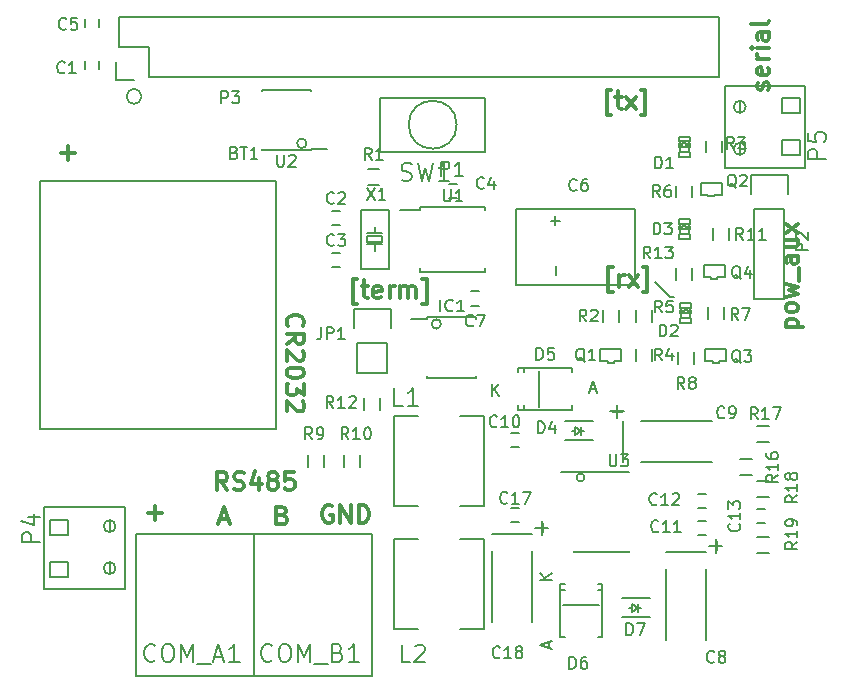
<source format=gbr>
G04 #@! TF.FileFunction,Legend,Top*
%FSLAX46Y46*%
G04 Gerber Fmt 4.6, Leading zero omitted, Abs format (unit mm)*
G04 Created by KiCad (PCBNEW 4.0.2+dfsg1-stable) date mer 24 ott 2018 10:21:22 CEST*
%MOMM*%
G01*
G04 APERTURE LIST*
%ADD10C,0.100000*%
%ADD11C,0.300000*%
%ADD12C,0.200000*%
%ADD13C,0.150000*%
G04 APERTURE END LIST*
D10*
D11*
X170239571Y-78362429D02*
X171739571Y-78362429D01*
X170311000Y-78362429D02*
X170239571Y-78219572D01*
X170239571Y-77933858D01*
X170311000Y-77791001D01*
X170382429Y-77719572D01*
X170525286Y-77648143D01*
X170953857Y-77648143D01*
X171096714Y-77719572D01*
X171168143Y-77791001D01*
X171239571Y-77933858D01*
X171239571Y-78219572D01*
X171168143Y-78362429D01*
X171239571Y-76791000D02*
X171168143Y-76933858D01*
X171096714Y-77005286D01*
X170953857Y-77076715D01*
X170525286Y-77076715D01*
X170382429Y-77005286D01*
X170311000Y-76933858D01*
X170239571Y-76791000D01*
X170239571Y-76576715D01*
X170311000Y-76433858D01*
X170382429Y-76362429D01*
X170525286Y-76291000D01*
X170953857Y-76291000D01*
X171096714Y-76362429D01*
X171168143Y-76433858D01*
X171239571Y-76576715D01*
X171239571Y-76791000D01*
X170239571Y-75791000D02*
X171239571Y-75505286D01*
X170525286Y-75219572D01*
X171239571Y-74933857D01*
X170239571Y-74648143D01*
X171382429Y-74433857D02*
X171382429Y-73291000D01*
X171239571Y-72291000D02*
X170453857Y-72291000D01*
X170311000Y-72362429D01*
X170239571Y-72505286D01*
X170239571Y-72791000D01*
X170311000Y-72933857D01*
X171168143Y-72291000D02*
X171239571Y-72433857D01*
X171239571Y-72791000D01*
X171168143Y-72933857D01*
X171025286Y-73005286D01*
X170882429Y-73005286D01*
X170739571Y-72933857D01*
X170668143Y-72791000D01*
X170668143Y-72433857D01*
X170596714Y-72291000D01*
X170239571Y-70933857D02*
X171239571Y-70933857D01*
X170239571Y-71576714D02*
X171025286Y-71576714D01*
X171168143Y-71505286D01*
X171239571Y-71362428D01*
X171239571Y-71148143D01*
X171168143Y-71005286D01*
X171096714Y-70933857D01*
X171239571Y-70362428D02*
X170239571Y-69576714D01*
X170239571Y-70362428D02*
X171239571Y-69576714D01*
X168755143Y-58229143D02*
X168826571Y-58086286D01*
X168826571Y-57800571D01*
X168755143Y-57657714D01*
X168612286Y-57586286D01*
X168540857Y-57586286D01*
X168398000Y-57657714D01*
X168326571Y-57800571D01*
X168326571Y-58014857D01*
X168255143Y-58157714D01*
X168112286Y-58229143D01*
X168040857Y-58229143D01*
X167898000Y-58157714D01*
X167826571Y-58014857D01*
X167826571Y-57800571D01*
X167898000Y-57657714D01*
X168755143Y-56372000D02*
X168826571Y-56514857D01*
X168826571Y-56800571D01*
X168755143Y-56943428D01*
X168612286Y-57014857D01*
X168040857Y-57014857D01*
X167898000Y-56943428D01*
X167826571Y-56800571D01*
X167826571Y-56514857D01*
X167898000Y-56372000D01*
X168040857Y-56300571D01*
X168183714Y-56300571D01*
X168326571Y-57014857D01*
X168826571Y-55657714D02*
X167826571Y-55657714D01*
X168112286Y-55657714D02*
X167969429Y-55586286D01*
X167898000Y-55514857D01*
X167826571Y-55372000D01*
X167826571Y-55229143D01*
X168826571Y-54729143D02*
X167826571Y-54729143D01*
X167326571Y-54729143D02*
X167398000Y-54800572D01*
X167469429Y-54729143D01*
X167398000Y-54657715D01*
X167326571Y-54729143D01*
X167469429Y-54729143D01*
X168826571Y-53372000D02*
X168040857Y-53372000D01*
X167898000Y-53443429D01*
X167826571Y-53586286D01*
X167826571Y-53872000D01*
X167898000Y-54014857D01*
X168755143Y-53372000D02*
X168826571Y-53514857D01*
X168826571Y-53872000D01*
X168755143Y-54014857D01*
X168612286Y-54086286D01*
X168469429Y-54086286D01*
X168326571Y-54014857D01*
X168255143Y-53872000D01*
X168255143Y-53514857D01*
X168183714Y-53372000D01*
X168826571Y-52443428D02*
X168755143Y-52586286D01*
X168612286Y-52657714D01*
X167326571Y-52657714D01*
D12*
X115697000Y-58801000D02*
G75*
G03X115697000Y-58801000I-635000J0D01*
G01*
D11*
X108902572Y-63607143D02*
X110045429Y-63607143D01*
X109474000Y-64178571D02*
X109474000Y-63035714D01*
X128115286Y-78264144D02*
X128043857Y-78192715D01*
X127972429Y-77978429D01*
X127972429Y-77835572D01*
X128043857Y-77621287D01*
X128186714Y-77478429D01*
X128329571Y-77407001D01*
X128615286Y-77335572D01*
X128829571Y-77335572D01*
X129115286Y-77407001D01*
X129258143Y-77478429D01*
X129401000Y-77621287D01*
X129472429Y-77835572D01*
X129472429Y-77978429D01*
X129401000Y-78192715D01*
X129329571Y-78264144D01*
X127972429Y-79764144D02*
X128686714Y-79264144D01*
X127972429Y-78907001D02*
X129472429Y-78907001D01*
X129472429Y-79478429D01*
X129401000Y-79621287D01*
X129329571Y-79692715D01*
X129186714Y-79764144D01*
X128972429Y-79764144D01*
X128829571Y-79692715D01*
X128758143Y-79621287D01*
X128686714Y-79478429D01*
X128686714Y-78907001D01*
X129329571Y-80335572D02*
X129401000Y-80407001D01*
X129472429Y-80549858D01*
X129472429Y-80907001D01*
X129401000Y-81049858D01*
X129329571Y-81121287D01*
X129186714Y-81192715D01*
X129043857Y-81192715D01*
X128829571Y-81121287D01*
X127972429Y-80264144D01*
X127972429Y-81192715D01*
X129472429Y-82121286D02*
X129472429Y-82264143D01*
X129401000Y-82407000D01*
X129329571Y-82478429D01*
X129186714Y-82549858D01*
X128901000Y-82621286D01*
X128543857Y-82621286D01*
X128258143Y-82549858D01*
X128115286Y-82478429D01*
X128043857Y-82407000D01*
X127972429Y-82264143D01*
X127972429Y-82121286D01*
X128043857Y-81978429D01*
X128115286Y-81907000D01*
X128258143Y-81835572D01*
X128543857Y-81764143D01*
X128901000Y-81764143D01*
X129186714Y-81835572D01*
X129329571Y-81907000D01*
X129401000Y-81978429D01*
X129472429Y-82121286D01*
X129472429Y-83121286D02*
X129472429Y-84049857D01*
X128901000Y-83549857D01*
X128901000Y-83764143D01*
X128829571Y-83907000D01*
X128758143Y-83978429D01*
X128615286Y-84049857D01*
X128258143Y-84049857D01*
X128115286Y-83978429D01*
X128043857Y-83907000D01*
X127972429Y-83764143D01*
X127972429Y-83335571D01*
X128043857Y-83192714D01*
X128115286Y-83121286D01*
X129329571Y-84621285D02*
X129401000Y-84692714D01*
X129472429Y-84835571D01*
X129472429Y-85192714D01*
X129401000Y-85335571D01*
X129329571Y-85407000D01*
X129186714Y-85478428D01*
X129043857Y-85478428D01*
X128829571Y-85407000D01*
X127972429Y-84549857D01*
X127972429Y-85478428D01*
D12*
X160431480Y-75747880D02*
X160812480Y-75747880D01*
X159161480Y-74477880D02*
X160431480Y-75747880D01*
D11*
X155468000Y-60360571D02*
X155110857Y-60360571D01*
X155110857Y-58217714D01*
X155468000Y-58217714D01*
X155825143Y-58860571D02*
X156396572Y-58860571D01*
X156039429Y-58360571D02*
X156039429Y-59646286D01*
X156110857Y-59789143D01*
X156253715Y-59860571D01*
X156396572Y-59860571D01*
X156753715Y-59860571D02*
X157539429Y-58860571D01*
X156753715Y-58860571D02*
X157539429Y-59860571D01*
X157968001Y-60360571D02*
X158325144Y-60360571D01*
X158325144Y-58217714D01*
X157968001Y-58217714D01*
X155589766Y-75402451D02*
X155232623Y-75402451D01*
X155232623Y-73259594D01*
X155589766Y-73259594D01*
X156161195Y-74902451D02*
X156161195Y-73902451D01*
X156161195Y-74188166D02*
X156232623Y-74045309D01*
X156304052Y-73973880D01*
X156446909Y-73902451D01*
X156589766Y-73902451D01*
X156946909Y-74902451D02*
X157732623Y-73902451D01*
X156946909Y-73902451D02*
X157732623Y-74902451D01*
X158161195Y-75402451D02*
X158518338Y-75402451D01*
X158518338Y-73259594D01*
X158161195Y-73259594D01*
X133978200Y-76387971D02*
X133621057Y-76387971D01*
X133621057Y-74245114D01*
X133978200Y-74245114D01*
X134335343Y-74887971D02*
X134906772Y-74887971D01*
X134549629Y-74387971D02*
X134549629Y-75673686D01*
X134621057Y-75816543D01*
X134763915Y-75887971D01*
X134906772Y-75887971D01*
X135978200Y-75816543D02*
X135835343Y-75887971D01*
X135549629Y-75887971D01*
X135406772Y-75816543D01*
X135335343Y-75673686D01*
X135335343Y-75102257D01*
X135406772Y-74959400D01*
X135549629Y-74887971D01*
X135835343Y-74887971D01*
X135978200Y-74959400D01*
X136049629Y-75102257D01*
X136049629Y-75245114D01*
X135335343Y-75387971D01*
X136692486Y-75887971D02*
X136692486Y-74887971D01*
X136692486Y-75173686D02*
X136763914Y-75030829D01*
X136835343Y-74959400D01*
X136978200Y-74887971D01*
X137121057Y-74887971D01*
X137621057Y-75887971D02*
X137621057Y-74887971D01*
X137621057Y-75030829D02*
X137692485Y-74959400D01*
X137835343Y-74887971D01*
X138049628Y-74887971D01*
X138192485Y-74959400D01*
X138263914Y-75102257D01*
X138263914Y-75887971D01*
X138263914Y-75102257D02*
X138335343Y-74959400D01*
X138478200Y-74887971D01*
X138692485Y-74887971D01*
X138835343Y-74959400D01*
X138906771Y-75102257D01*
X138906771Y-75887971D01*
X139478200Y-76387971D02*
X139835343Y-76387971D01*
X139835343Y-74245114D01*
X139478200Y-74245114D01*
X131826143Y-93484000D02*
X131683286Y-93412571D01*
X131469000Y-93412571D01*
X131254715Y-93484000D01*
X131111857Y-93626857D01*
X131040429Y-93769714D01*
X130969000Y-94055429D01*
X130969000Y-94269714D01*
X131040429Y-94555429D01*
X131111857Y-94698286D01*
X131254715Y-94841143D01*
X131469000Y-94912571D01*
X131611857Y-94912571D01*
X131826143Y-94841143D01*
X131897572Y-94769714D01*
X131897572Y-94269714D01*
X131611857Y-94269714D01*
X132540429Y-94912571D02*
X132540429Y-93412571D01*
X133397572Y-94912571D01*
X133397572Y-93412571D01*
X134111858Y-94912571D02*
X134111858Y-93412571D01*
X134469001Y-93412571D01*
X134683286Y-93484000D01*
X134826144Y-93626857D01*
X134897572Y-93769714D01*
X134969001Y-94055429D01*
X134969001Y-94269714D01*
X134897572Y-94555429D01*
X134826144Y-94698286D01*
X134683286Y-94841143D01*
X134469001Y-94912571D01*
X134111858Y-94912571D01*
X127615143Y-94253857D02*
X127829429Y-94325286D01*
X127900857Y-94396714D01*
X127972286Y-94539571D01*
X127972286Y-94753857D01*
X127900857Y-94896714D01*
X127829429Y-94968143D01*
X127686571Y-95039571D01*
X127115143Y-95039571D01*
X127115143Y-93539571D01*
X127615143Y-93539571D01*
X127758000Y-93611000D01*
X127829429Y-93682429D01*
X127900857Y-93825286D01*
X127900857Y-93968143D01*
X127829429Y-94111000D01*
X127758000Y-94182429D01*
X127615143Y-94253857D01*
X127115143Y-94253857D01*
X122324857Y-94611000D02*
X123039143Y-94611000D01*
X122182000Y-95039571D02*
X122682000Y-93539571D01*
X123182000Y-95039571D01*
X116268572Y-94087143D02*
X117411429Y-94087143D01*
X116840000Y-94658571D02*
X116840000Y-93515714D01*
X122956144Y-92118571D02*
X122456144Y-91404286D01*
X122099001Y-92118571D02*
X122099001Y-90618571D01*
X122670429Y-90618571D01*
X122813287Y-90690000D01*
X122884715Y-90761429D01*
X122956144Y-90904286D01*
X122956144Y-91118571D01*
X122884715Y-91261429D01*
X122813287Y-91332857D01*
X122670429Y-91404286D01*
X122099001Y-91404286D01*
X123527572Y-92047143D02*
X123741858Y-92118571D01*
X124099001Y-92118571D01*
X124241858Y-92047143D01*
X124313287Y-91975714D01*
X124384715Y-91832857D01*
X124384715Y-91690000D01*
X124313287Y-91547143D01*
X124241858Y-91475714D01*
X124099001Y-91404286D01*
X123813287Y-91332857D01*
X123670429Y-91261429D01*
X123599001Y-91190000D01*
X123527572Y-91047143D01*
X123527572Y-90904286D01*
X123599001Y-90761429D01*
X123670429Y-90690000D01*
X123813287Y-90618571D01*
X124170429Y-90618571D01*
X124384715Y-90690000D01*
X125670429Y-91118571D02*
X125670429Y-92118571D01*
X125313286Y-90547143D02*
X124956143Y-91618571D01*
X125884715Y-91618571D01*
X126670429Y-91261429D02*
X126527571Y-91190000D01*
X126456143Y-91118571D01*
X126384714Y-90975714D01*
X126384714Y-90904286D01*
X126456143Y-90761429D01*
X126527571Y-90690000D01*
X126670429Y-90618571D01*
X126956143Y-90618571D01*
X127099000Y-90690000D01*
X127170429Y-90761429D01*
X127241857Y-90904286D01*
X127241857Y-90975714D01*
X127170429Y-91118571D01*
X127099000Y-91190000D01*
X126956143Y-91261429D01*
X126670429Y-91261429D01*
X126527571Y-91332857D01*
X126456143Y-91404286D01*
X126384714Y-91547143D01*
X126384714Y-91832857D01*
X126456143Y-91975714D01*
X126527571Y-92047143D01*
X126670429Y-92118571D01*
X126956143Y-92118571D01*
X127099000Y-92047143D01*
X127170429Y-91975714D01*
X127241857Y-91832857D01*
X127241857Y-91547143D01*
X127170429Y-91404286D01*
X127099000Y-91332857D01*
X126956143Y-91261429D01*
X128599000Y-90618571D02*
X127884714Y-90618571D01*
X127813285Y-91332857D01*
X127884714Y-91261429D01*
X128027571Y-91190000D01*
X128384714Y-91190000D01*
X128527571Y-91261429D01*
X128599000Y-91332857D01*
X128670428Y-91475714D01*
X128670428Y-91832857D01*
X128599000Y-91975714D01*
X128527571Y-92047143D01*
X128384714Y-92118571D01*
X128027571Y-92118571D01*
X127884714Y-92047143D01*
X127813285Y-91975714D01*
D13*
X135458200Y-71291400D02*
X135458200Y-71891400D01*
X135458200Y-70391400D02*
X135458200Y-69891400D01*
X136058200Y-70391400D02*
X134758200Y-70391400D01*
X136058200Y-71291400D02*
X134758200Y-71291400D01*
X136058200Y-70591400D02*
X136058200Y-71091400D01*
X136058200Y-71091400D02*
X134758200Y-71091400D01*
X134758200Y-71091400D02*
X134758200Y-70591400D01*
X134758200Y-70591400D02*
X136058200Y-70591400D01*
X134258200Y-68391400D02*
X134258200Y-73391400D01*
X134258200Y-73391400D02*
X136658200Y-73391400D01*
X136658200Y-73391400D02*
X136658200Y-68391400D01*
X136658200Y-68391400D02*
X134258200Y-68391400D01*
X153192575Y-91059000D02*
G75*
G03X153192575Y-91059000I-331175J0D01*
G01*
X152289000Y-90605000D02*
X152289000Y-90630000D01*
X156939000Y-90605000D02*
X156939000Y-90630000D01*
X156939000Y-97355000D02*
X156939000Y-97330000D01*
X152289000Y-97355000D02*
X152289000Y-97330000D01*
X152289000Y-90605000D02*
X156939000Y-90605000D01*
X152289000Y-97355000D02*
X156939000Y-97355000D01*
X152289000Y-90630000D02*
X151214000Y-90630000D01*
X167846120Y-96093920D02*
X168846120Y-96093920D01*
X168846120Y-97443920D02*
X167846120Y-97443920D01*
X168846120Y-92744920D02*
X167846120Y-92744920D01*
X167846120Y-91394920D02*
X168846120Y-91394920D01*
X168820720Y-88091640D02*
X167820720Y-88091640D01*
X167820720Y-86741640D02*
X168820720Y-86741640D01*
X167350060Y-90875480D02*
X166350060Y-90875480D01*
X166350060Y-89525480D02*
X167350060Y-89525480D01*
X162320480Y-73342880D02*
X162320480Y-74342880D01*
X160970480Y-74342880D02*
X160970480Y-73342880D01*
X135871580Y-84358860D02*
X135871580Y-85358860D01*
X134521580Y-85358860D02*
X134521580Y-84358860D01*
X165472740Y-69982460D02*
X165472740Y-70982460D01*
X164122740Y-70982460D02*
X164122740Y-69982460D01*
X134207000Y-89162000D02*
X134207000Y-90162000D01*
X132857000Y-90162000D02*
X132857000Y-89162000D01*
X131159000Y-89162000D02*
X131159000Y-90162000D01*
X129809000Y-90162000D02*
X129809000Y-89162000D01*
X162447480Y-80454880D02*
X162447480Y-81454880D01*
X161097480Y-81454880D02*
X161097480Y-80454880D01*
X164987480Y-76644880D02*
X164987480Y-77644880D01*
X163637480Y-77644880D02*
X163637480Y-76644880D01*
X162320480Y-66357880D02*
X162320480Y-67357880D01*
X160970480Y-67357880D02*
X160970480Y-66357880D01*
X157541480Y-77898880D02*
X157541480Y-76898880D01*
X158891480Y-76898880D02*
X158891480Y-77898880D01*
X158891480Y-80200880D02*
X158891480Y-81200880D01*
X157541480Y-81200880D02*
X157541480Y-80200880D01*
X164860480Y-62547880D02*
X164860480Y-63547880D01*
X163510480Y-63547880D02*
X163510480Y-62547880D01*
X156097480Y-76898880D02*
X156097480Y-77898880D01*
X154747480Y-77898880D02*
X154747480Y-76898880D01*
X135843900Y-66295900D02*
X134843900Y-66295900D01*
X134843900Y-64945900D02*
X135843900Y-64945900D01*
X164439480Y-74096880D02*
X165074480Y-74096880D01*
X165074480Y-74096880D02*
X165074480Y-73080880D01*
X163296480Y-73080880D02*
X163296480Y-74096880D01*
X163296480Y-74096880D02*
X163931480Y-74096880D01*
X164439480Y-74223880D02*
X164439480Y-74096880D01*
X163931480Y-74096880D02*
X163931480Y-74223880D01*
X165074480Y-73080880D02*
X163296480Y-73080880D01*
X163931480Y-74223880D02*
X164439480Y-74223880D01*
X164566480Y-81208880D02*
X165201480Y-81208880D01*
X165201480Y-81208880D02*
X165201480Y-80192880D01*
X163423480Y-80192880D02*
X163423480Y-81208880D01*
X163423480Y-81208880D02*
X164058480Y-81208880D01*
X164566480Y-81335880D02*
X164566480Y-81208880D01*
X164058480Y-81208880D02*
X164058480Y-81335880D01*
X165201480Y-80192880D02*
X163423480Y-80192880D01*
X164058480Y-81335880D02*
X164566480Y-81335880D01*
X164185480Y-67111880D02*
X164820480Y-67111880D01*
X164820480Y-67111880D02*
X164820480Y-66095880D01*
X163042480Y-66095880D02*
X163042480Y-67111880D01*
X163042480Y-67111880D02*
X163677480Y-67111880D01*
X164185480Y-67238880D02*
X164185480Y-67111880D01*
X163677480Y-67111880D02*
X163677480Y-67238880D01*
X164820480Y-66095880D02*
X163042480Y-66095880D01*
X163677480Y-67238880D02*
X164185480Y-67238880D01*
X155676480Y-81208880D02*
X156311480Y-81208880D01*
X156311480Y-81208880D02*
X156311480Y-80192880D01*
X154533480Y-80192880D02*
X154533480Y-81208880D01*
X154533480Y-81208880D02*
X155168480Y-81208880D01*
X155676480Y-81335880D02*
X155676480Y-81208880D01*
X155168480Y-81208880D02*
X155168480Y-81335880D01*
X156311480Y-80192880D02*
X154533480Y-80192880D01*
X155168480Y-81335880D02*
X155676480Y-81335880D01*
X164592000Y-52070000D02*
X113792000Y-52070000D01*
X116332000Y-57150000D02*
X164592000Y-57150000D01*
X164592000Y-52070000D02*
X164592000Y-57150000D01*
X113792000Y-52070000D02*
X113792000Y-54610000D01*
X113512000Y-55880000D02*
X113512000Y-57430000D01*
X113792000Y-54610000D02*
X116332000Y-54610000D01*
X116332000Y-54610000D02*
X116332000Y-57150000D01*
X113512000Y-57430000D02*
X115062000Y-57430000D01*
X167594280Y-68298060D02*
X167594280Y-75918060D01*
X170134280Y-68298060D02*
X170134280Y-75918060D01*
X170414280Y-65478060D02*
X170414280Y-67028060D01*
X167594280Y-75918060D02*
X170134280Y-75918060D01*
X170134280Y-68298060D02*
X167594280Y-68298060D01*
X167314280Y-67028060D02*
X167314280Y-65478060D01*
X167314280Y-65478060D02*
X170414280Y-65478060D01*
X144698000Y-96276000D02*
X142698000Y-96276000D01*
X144698000Y-103876000D02*
X142698000Y-103876000D01*
X137098000Y-103876000D02*
X139098000Y-103876000D01*
X137098000Y-103876000D02*
X137098000Y-96276000D01*
X137098000Y-96276000D02*
X139098000Y-96276000D01*
X144698000Y-103876000D02*
X144698000Y-96276000D01*
X144698000Y-85862000D02*
X142698000Y-85862000D01*
X144698000Y-93462000D02*
X142698000Y-93462000D01*
X137098000Y-93462000D02*
X139098000Y-93462000D01*
X137098000Y-93462000D02*
X137098000Y-85862000D01*
X137098000Y-85862000D02*
X139098000Y-85862000D01*
X144698000Y-93462000D02*
X144698000Y-85862000D01*
X136514840Y-79659480D02*
X136514840Y-82199480D01*
X136794840Y-76839480D02*
X136794840Y-78389480D01*
X136514840Y-79659480D02*
X133974840Y-79659480D01*
X133694840Y-78389480D02*
X133694840Y-76839480D01*
X133694840Y-76839480D02*
X136794840Y-76839480D01*
X133974840Y-79659480D02*
X133974840Y-82199480D01*
X133974840Y-82199480D02*
X136514840Y-82199480D01*
X157230000Y-102108000D02*
X156980000Y-102108000D01*
X157730000Y-102108000D02*
X157980000Y-102108000D01*
X157730000Y-102108000D02*
X157230000Y-102458000D01*
X157230000Y-102458000D02*
X157230000Y-101758000D01*
X157230000Y-101758000D02*
X157730000Y-102108000D01*
X157730000Y-102458000D02*
X157730000Y-101758000D01*
X158780000Y-101308000D02*
X156380000Y-101308000D01*
X158780000Y-102908000D02*
X156380000Y-102908000D01*
X154408000Y-101862000D02*
X151408000Y-101862000D01*
X151157940Y-100562860D02*
X151508460Y-100562860D01*
X154658060Y-100562860D02*
X154307540Y-100562860D01*
X151157940Y-104612440D02*
X151508460Y-104612440D01*
X151157940Y-100111560D02*
X151508460Y-100111560D01*
X154658060Y-100111560D02*
X154307540Y-100111560D01*
X154658060Y-104612440D02*
X154307540Y-104612440D01*
X151157940Y-100111560D02*
X151157940Y-104612440D01*
X154658060Y-100111560D02*
X154658060Y-104612440D01*
X149360000Y-82066000D02*
X149360000Y-85066000D01*
X148060860Y-85316060D02*
X148060860Y-84965540D01*
X148060860Y-81815940D02*
X148060860Y-82166460D01*
X152110440Y-85316060D02*
X152110440Y-84965540D01*
X147609560Y-85316060D02*
X147609560Y-84965540D01*
X147609560Y-81815940D02*
X147609560Y-82166460D01*
X152110440Y-81815940D02*
X152110440Y-82166460D01*
X147609560Y-85316060D02*
X152110440Y-85316060D01*
X147609560Y-81815940D02*
X152110440Y-81815940D01*
X152404000Y-87122000D02*
X152154000Y-87122000D01*
X152904000Y-87122000D02*
X153154000Y-87122000D01*
X152904000Y-87122000D02*
X152404000Y-87472000D01*
X152404000Y-87472000D02*
X152404000Y-86772000D01*
X152404000Y-86772000D02*
X152904000Y-87122000D01*
X152904000Y-87472000D02*
X152904000Y-86772000D01*
X153954000Y-86322000D02*
X151554000Y-86322000D01*
X153954000Y-87922000D02*
X151554000Y-87922000D01*
X161195900Y-69583300D02*
X162095060Y-69583300D01*
X162095060Y-69583300D02*
X162095060Y-69184520D01*
X161195900Y-69184520D02*
X162095060Y-69184520D01*
X161195900Y-69583300D02*
X161195900Y-69184520D01*
X161195900Y-70881240D02*
X162095060Y-70881240D01*
X162095060Y-70881240D02*
X162095060Y-70482460D01*
X161195900Y-70482460D02*
X162095060Y-70482460D01*
X161195900Y-70881240D02*
X161195900Y-70482460D01*
X161195900Y-70032880D02*
X161345760Y-70032880D01*
X161345760Y-70032880D02*
X161345760Y-69733160D01*
X161195900Y-69733160D02*
X161345760Y-69733160D01*
X161195900Y-70032880D02*
X161195900Y-69733160D01*
X161945200Y-70032880D02*
X162095060Y-70032880D01*
X162095060Y-70032880D02*
X162095060Y-69733160D01*
X161945200Y-69733160D02*
X162095060Y-69733160D01*
X161945200Y-70032880D02*
X161945200Y-69733160D01*
X161495620Y-70032880D02*
X161795340Y-70032880D01*
X161795340Y-70032880D02*
X161795340Y-69733160D01*
X161495620Y-69733160D02*
X161795340Y-69733160D01*
X161495620Y-70032880D02*
X161495620Y-69733160D01*
X161246700Y-69583300D02*
X161246700Y-70482460D01*
X162044260Y-69583300D02*
X162044260Y-70482460D01*
X161322900Y-76695300D02*
X162222060Y-76695300D01*
X162222060Y-76695300D02*
X162222060Y-76296520D01*
X161322900Y-76296520D02*
X162222060Y-76296520D01*
X161322900Y-76695300D02*
X161322900Y-76296520D01*
X161322900Y-77993240D02*
X162222060Y-77993240D01*
X162222060Y-77993240D02*
X162222060Y-77594460D01*
X161322900Y-77594460D02*
X162222060Y-77594460D01*
X161322900Y-77993240D02*
X161322900Y-77594460D01*
X161322900Y-77144880D02*
X161472760Y-77144880D01*
X161472760Y-77144880D02*
X161472760Y-76845160D01*
X161322900Y-76845160D02*
X161472760Y-76845160D01*
X161322900Y-77144880D02*
X161322900Y-76845160D01*
X162072200Y-77144880D02*
X162222060Y-77144880D01*
X162222060Y-77144880D02*
X162222060Y-76845160D01*
X162072200Y-76845160D02*
X162222060Y-76845160D01*
X162072200Y-77144880D02*
X162072200Y-76845160D01*
X161622620Y-77144880D02*
X161922340Y-77144880D01*
X161922340Y-77144880D02*
X161922340Y-76845160D01*
X161622620Y-76845160D02*
X161922340Y-76845160D01*
X161622620Y-77144880D02*
X161622620Y-76845160D01*
X161373700Y-76695300D02*
X161373700Y-77594460D01*
X162171260Y-76695300D02*
X162171260Y-77594460D01*
X161195900Y-62598300D02*
X162095060Y-62598300D01*
X162095060Y-62598300D02*
X162095060Y-62199520D01*
X161195900Y-62199520D02*
X162095060Y-62199520D01*
X161195900Y-62598300D02*
X161195900Y-62199520D01*
X161195900Y-63896240D02*
X162095060Y-63896240D01*
X162095060Y-63896240D02*
X162095060Y-63497460D01*
X161195900Y-63497460D02*
X162095060Y-63497460D01*
X161195900Y-63896240D02*
X161195900Y-63497460D01*
X161195900Y-63047880D02*
X161345760Y-63047880D01*
X161345760Y-63047880D02*
X161345760Y-62748160D01*
X161195900Y-62748160D02*
X161345760Y-62748160D01*
X161195900Y-63047880D02*
X161195900Y-62748160D01*
X161945200Y-63047880D02*
X162095060Y-63047880D01*
X162095060Y-63047880D02*
X162095060Y-62748160D01*
X161945200Y-62748160D02*
X162095060Y-62748160D01*
X161945200Y-63047880D02*
X161945200Y-62748160D01*
X161495620Y-63047880D02*
X161795340Y-63047880D01*
X161795340Y-63047880D02*
X161795340Y-62748160D01*
X161495620Y-62748160D02*
X161795340Y-62748160D01*
X161495620Y-63047880D02*
X161495620Y-62748160D01*
X161246700Y-62598300D02*
X161246700Y-63497460D01*
X162044260Y-62598300D02*
X162044260Y-63497460D01*
X125214000Y-95840000D02*
X125214000Y-107840000D01*
X135214000Y-95840000D02*
X125214000Y-95840000D01*
X135214000Y-107840000D02*
X125214000Y-107840000D01*
X135214000Y-95840000D02*
X135214000Y-107840000D01*
X115214000Y-95840000D02*
X115214000Y-107840000D01*
X125214000Y-95840000D02*
X115214000Y-95840000D01*
X125214000Y-107840000D02*
X115214000Y-107840000D01*
X125214000Y-95840000D02*
X125214000Y-107840000D01*
X148765260Y-95829120D02*
X145366740Y-95829120D01*
X145366740Y-103329740D02*
X145366740Y-97330260D01*
X148765260Y-103329740D02*
X148765260Y-97330260D01*
X150119080Y-95328740D02*
X149019260Y-95328740D01*
X149618700Y-94729300D02*
X149618700Y-95928180D01*
X146970000Y-93634000D02*
X147670000Y-93634000D01*
X147670000Y-94834000D02*
X146970000Y-94834000D01*
X167806120Y-93755920D02*
X168506120Y-93755920D01*
X168506120Y-94955920D02*
X167806120Y-94955920D01*
X162789120Y-92485920D02*
X163489120Y-92485920D01*
X163489120Y-93685920D02*
X162789120Y-93685920D01*
X162789120Y-94771920D02*
X163489120Y-94771920D01*
X163489120Y-95971920D02*
X162789120Y-95971920D01*
X147670000Y-88484000D02*
X146970000Y-88484000D01*
X146970000Y-87284000D02*
X147670000Y-87284000D01*
X156464000Y-86316820D02*
X156464000Y-89715340D01*
X163964620Y-89715340D02*
X157965140Y-89715340D01*
X163964620Y-86316820D02*
X157965140Y-86316820D01*
X155963620Y-84963000D02*
X155963620Y-86062820D01*
X155364180Y-85463380D02*
X156563060Y-85463380D01*
X163497260Y-97353120D02*
X160098740Y-97353120D01*
X160098740Y-104853740D02*
X160098740Y-98854260D01*
X163497260Y-104853740D02*
X163497260Y-98854260D01*
X164851080Y-96852740D02*
X163751260Y-96852740D01*
X164350700Y-96253300D02*
X164350700Y-97452180D01*
X144291800Y-76518060D02*
X143591800Y-76518060D01*
X143591800Y-75318060D02*
X144291800Y-75318060D01*
X157438100Y-74746720D02*
X157438100Y-68346720D01*
X147438100Y-74746720D02*
X147438100Y-68346720D01*
X157438100Y-68346720D02*
X147438100Y-68346720D01*
X157438100Y-74746720D02*
X147438100Y-74746720D01*
X110906000Y-52928000D02*
X110906000Y-52228000D01*
X112106000Y-52228000D02*
X112106000Y-52928000D01*
X141712200Y-66227400D02*
X142412200Y-66227400D01*
X142412200Y-67427400D02*
X141712200Y-67427400D01*
X132506200Y-73269400D02*
X131806200Y-73269400D01*
X131806200Y-72069400D02*
X132506200Y-72069400D01*
X132506200Y-69713400D02*
X131806200Y-69713400D01*
X131806200Y-68513400D02*
X132506200Y-68513400D01*
X112106000Y-55784000D02*
X112106000Y-56484000D01*
X110906000Y-56484000D02*
X110906000Y-55784000D01*
X127094000Y-65954000D02*
X127094000Y-86954000D01*
X127094000Y-86954000D02*
X107094000Y-86954000D01*
X107094000Y-86954000D02*
X107094000Y-65954000D01*
X107094000Y-65954000D02*
X127094000Y-65954000D01*
X139312200Y-68136400D02*
X139312200Y-68436400D01*
X144812200Y-68136400D02*
X144812200Y-68436400D01*
X144812200Y-73646400D02*
X144812200Y-73346400D01*
X139312200Y-73646400D02*
X139312200Y-73346400D01*
X139312200Y-68136400D02*
X144812200Y-68136400D01*
X139312200Y-73646400D02*
X144812200Y-73646400D01*
X139312200Y-68436400D02*
X137562200Y-68436400D01*
X171882860Y-64886960D02*
X165075660Y-64886960D01*
X165075660Y-57901960D02*
X165075660Y-64861560D01*
X171882860Y-57901960D02*
X171882860Y-64861560D01*
X166853660Y-63235960D02*
G75*
G03X166853660Y-63235960I-508000J0D01*
G01*
X166345660Y-62727960D02*
X166345660Y-63743960D01*
X166345660Y-59171960D02*
X166345660Y-60187960D01*
X166853660Y-59679960D02*
G75*
G03X166853660Y-59679960I-508000J0D01*
G01*
X171425660Y-63743960D02*
X171425660Y-62473960D01*
X169901660Y-63743960D02*
X171425660Y-63743960D01*
X169901660Y-62473960D02*
X169901660Y-63743960D01*
X171425660Y-62473960D02*
X169901660Y-62473960D01*
X171425660Y-58917960D02*
X169901660Y-58917960D01*
X169901660Y-58917960D02*
X169901660Y-60187960D01*
X169901660Y-60187960D02*
X171425660Y-60187960D01*
X171425660Y-60187960D02*
X171425660Y-58917960D01*
X165075660Y-57901960D02*
X171875660Y-57901960D01*
X107456180Y-93535440D02*
X114263380Y-93535440D01*
X114263380Y-100520440D02*
X114263380Y-93560840D01*
X107456180Y-100520440D02*
X107456180Y-93560840D01*
X113501380Y-95186440D02*
G75*
G03X113501380Y-95186440I-508000J0D01*
G01*
X112993380Y-95694440D02*
X112993380Y-94678440D01*
X112993380Y-99250440D02*
X112993380Y-98234440D01*
X113501380Y-98742440D02*
G75*
G03X113501380Y-98742440I-508000J0D01*
G01*
X107913380Y-94678440D02*
X107913380Y-95948440D01*
X109437380Y-94678440D02*
X107913380Y-94678440D01*
X109437380Y-95948440D02*
X109437380Y-94678440D01*
X107913380Y-95948440D02*
X109437380Y-95948440D01*
X107913380Y-99504440D02*
X109437380Y-99504440D01*
X109437380Y-99504440D02*
X109437380Y-98234440D01*
X109437380Y-98234440D02*
X107913380Y-98234440D01*
X107913380Y-98234440D02*
X107913380Y-99504440D01*
X114263380Y-100520440D02*
X107463380Y-100520440D01*
X129663253Y-62773560D02*
G75*
G03X129663253Y-62773560I-397573J0D01*
G01*
X130019880Y-63367360D02*
X130019880Y-63222360D01*
X125869880Y-63367360D02*
X125869880Y-63222360D01*
X125869880Y-58217360D02*
X125869880Y-58362360D01*
X130019880Y-58217360D02*
X130019880Y-58362360D01*
X130019880Y-63367360D02*
X125869880Y-63367360D01*
X130019880Y-58217360D02*
X125869880Y-58217360D01*
X130019880Y-63222360D02*
X131419880Y-63222360D01*
X141052613Y-78064360D02*
G75*
G03X141052613Y-78064360I-397573J0D01*
G01*
X139900840Y-77470560D02*
X139900840Y-77615560D01*
X144050840Y-77470560D02*
X144050840Y-77615560D01*
X144050840Y-82620560D02*
X144050840Y-82475560D01*
X139900840Y-82620560D02*
X139900840Y-82475560D01*
X139900840Y-77470560D02*
X144050840Y-77470560D01*
X139900840Y-82620560D02*
X144050840Y-82620560D01*
X139900840Y-77615560D02*
X138500840Y-77615560D01*
X142504160Y-63482220D02*
X144764760Y-63482220D01*
X142504160Y-58910220D02*
X144764760Y-58910220D01*
X142504160Y-63482220D02*
X142250160Y-63482220D01*
X142504160Y-58910220D02*
X142250160Y-58910220D01*
X142377160Y-61196220D02*
G75*
G03X142377160Y-61196220I-2032000J0D01*
G01*
X135900160Y-58910220D02*
X142250160Y-58910220D01*
X144764760Y-58910220D02*
X144764760Y-63482220D01*
X142250160Y-63482220D02*
X135900160Y-63482220D01*
X135900160Y-63482220D02*
X135900160Y-58910220D01*
X134775676Y-66533781D02*
X135442343Y-67533781D01*
X135442343Y-66533781D02*
X134775676Y-67533781D01*
X136347105Y-67533781D02*
X135775676Y-67533781D01*
X136061390Y-67533781D02*
X136061390Y-66533781D01*
X135966152Y-66676638D01*
X135870914Y-66771876D01*
X135775676Y-66819495D01*
X155321095Y-89114381D02*
X155321095Y-89923905D01*
X155368714Y-90019143D01*
X155416333Y-90066762D01*
X155511571Y-90114381D01*
X155702048Y-90114381D01*
X155797286Y-90066762D01*
X155844905Y-90019143D01*
X155892524Y-89923905D01*
X155892524Y-89114381D01*
X156273476Y-89114381D02*
X156892524Y-89114381D01*
X156559190Y-89495333D01*
X156702048Y-89495333D01*
X156797286Y-89542952D01*
X156844905Y-89590571D01*
X156892524Y-89685810D01*
X156892524Y-89923905D01*
X156844905Y-90019143D01*
X156797286Y-90066762D01*
X156702048Y-90114381D01*
X156416333Y-90114381D01*
X156321095Y-90066762D01*
X156273476Y-90019143D01*
X171211501Y-96522777D02*
X170735310Y-96856111D01*
X171211501Y-97094206D02*
X170211501Y-97094206D01*
X170211501Y-96713253D01*
X170259120Y-96618015D01*
X170306739Y-96570396D01*
X170401977Y-96522777D01*
X170544834Y-96522777D01*
X170640072Y-96570396D01*
X170687691Y-96618015D01*
X170735310Y-96713253D01*
X170735310Y-97094206D01*
X171211501Y-95570396D02*
X171211501Y-96141825D01*
X171211501Y-95856111D02*
X170211501Y-95856111D01*
X170354358Y-95951349D01*
X170449596Y-96046587D01*
X170497215Y-96141825D01*
X171211501Y-95094206D02*
X171211501Y-94903730D01*
X171163882Y-94808491D01*
X171116263Y-94760872D01*
X170973406Y-94665634D01*
X170782930Y-94618015D01*
X170401977Y-94618015D01*
X170306739Y-94665634D01*
X170259120Y-94713253D01*
X170211501Y-94808491D01*
X170211501Y-94998968D01*
X170259120Y-95094206D01*
X170306739Y-95141825D01*
X170401977Y-95189444D01*
X170640072Y-95189444D01*
X170735310Y-95141825D01*
X170782930Y-95094206D01*
X170830549Y-94998968D01*
X170830549Y-94808491D01*
X170782930Y-94713253D01*
X170735310Y-94665634D01*
X170640072Y-94618015D01*
X171211501Y-92585777D02*
X170735310Y-92919111D01*
X171211501Y-93157206D02*
X170211501Y-93157206D01*
X170211501Y-92776253D01*
X170259120Y-92681015D01*
X170306739Y-92633396D01*
X170401977Y-92585777D01*
X170544834Y-92585777D01*
X170640072Y-92633396D01*
X170687691Y-92681015D01*
X170735310Y-92776253D01*
X170735310Y-93157206D01*
X171211501Y-91633396D02*
X171211501Y-92204825D01*
X171211501Y-91919111D02*
X170211501Y-91919111D01*
X170354358Y-92014349D01*
X170449596Y-92109587D01*
X170497215Y-92204825D01*
X170640072Y-91061968D02*
X170592453Y-91157206D01*
X170544834Y-91204825D01*
X170449596Y-91252444D01*
X170401977Y-91252444D01*
X170306739Y-91204825D01*
X170259120Y-91157206D01*
X170211501Y-91061968D01*
X170211501Y-90871491D01*
X170259120Y-90776253D01*
X170306739Y-90728634D01*
X170401977Y-90681015D01*
X170449596Y-90681015D01*
X170544834Y-90728634D01*
X170592453Y-90776253D01*
X170640072Y-90871491D01*
X170640072Y-91061968D01*
X170687691Y-91157206D01*
X170735310Y-91204825D01*
X170830549Y-91252444D01*
X171021025Y-91252444D01*
X171116263Y-91204825D01*
X171163882Y-91157206D01*
X171211501Y-91061968D01*
X171211501Y-90871491D01*
X171163882Y-90776253D01*
X171116263Y-90728634D01*
X171021025Y-90681015D01*
X170830549Y-90681015D01*
X170735310Y-90728634D01*
X170687691Y-90776253D01*
X170640072Y-90871491D01*
X167858203Y-86136741D02*
X167524869Y-85660550D01*
X167286774Y-86136741D02*
X167286774Y-85136741D01*
X167667727Y-85136741D01*
X167762965Y-85184360D01*
X167810584Y-85231979D01*
X167858203Y-85327217D01*
X167858203Y-85470074D01*
X167810584Y-85565312D01*
X167762965Y-85612931D01*
X167667727Y-85660550D01*
X167286774Y-85660550D01*
X168810584Y-86136741D02*
X168239155Y-86136741D01*
X168524869Y-86136741D02*
X168524869Y-85136741D01*
X168429631Y-85279598D01*
X168334393Y-85374836D01*
X168239155Y-85422455D01*
X169143917Y-85136741D02*
X169810584Y-85136741D01*
X169382012Y-86136741D01*
X169588441Y-90843337D02*
X169112250Y-91176671D01*
X169588441Y-91414766D02*
X168588441Y-91414766D01*
X168588441Y-91033813D01*
X168636060Y-90938575D01*
X168683679Y-90890956D01*
X168778917Y-90843337D01*
X168921774Y-90843337D01*
X169017012Y-90890956D01*
X169064631Y-90938575D01*
X169112250Y-91033813D01*
X169112250Y-91414766D01*
X169588441Y-89890956D02*
X169588441Y-90462385D01*
X169588441Y-90176671D02*
X168588441Y-90176671D01*
X168731298Y-90271909D01*
X168826536Y-90367147D01*
X168874155Y-90462385D01*
X168588441Y-89033813D02*
X168588441Y-89224290D01*
X168636060Y-89319528D01*
X168683679Y-89367147D01*
X168826536Y-89462385D01*
X169017012Y-89510004D01*
X169397965Y-89510004D01*
X169493203Y-89462385D01*
X169540822Y-89414766D01*
X169588441Y-89319528D01*
X169588441Y-89129051D01*
X169540822Y-89033813D01*
X169493203Y-88986194D01*
X169397965Y-88938575D01*
X169159870Y-88938575D01*
X169064631Y-88986194D01*
X169017012Y-89033813D01*
X168969393Y-89129051D01*
X168969393Y-89319528D01*
X169017012Y-89414766D01*
X169064631Y-89462385D01*
X169159870Y-89510004D01*
X158772623Y-72517261D02*
X158439289Y-72041070D01*
X158201194Y-72517261D02*
X158201194Y-71517261D01*
X158582147Y-71517261D01*
X158677385Y-71564880D01*
X158725004Y-71612499D01*
X158772623Y-71707737D01*
X158772623Y-71850594D01*
X158725004Y-71945832D01*
X158677385Y-71993451D01*
X158582147Y-72041070D01*
X158201194Y-72041070D01*
X159725004Y-72517261D02*
X159153575Y-72517261D01*
X159439289Y-72517261D02*
X159439289Y-71517261D01*
X159344051Y-71660118D01*
X159248813Y-71755356D01*
X159153575Y-71802975D01*
X160058337Y-71517261D02*
X160677385Y-71517261D01*
X160344051Y-71898213D01*
X160486909Y-71898213D01*
X160582147Y-71945832D01*
X160629766Y-71993451D01*
X160677385Y-72088690D01*
X160677385Y-72326785D01*
X160629766Y-72422023D01*
X160582147Y-72469642D01*
X160486909Y-72517261D01*
X160201194Y-72517261D01*
X160105956Y-72469642D01*
X160058337Y-72422023D01*
X131942723Y-85184241D02*
X131609389Y-84708050D01*
X131371294Y-85184241D02*
X131371294Y-84184241D01*
X131752247Y-84184241D01*
X131847485Y-84231860D01*
X131895104Y-84279479D01*
X131942723Y-84374717D01*
X131942723Y-84517574D01*
X131895104Y-84612812D01*
X131847485Y-84660431D01*
X131752247Y-84708050D01*
X131371294Y-84708050D01*
X132895104Y-85184241D02*
X132323675Y-85184241D01*
X132609389Y-85184241D02*
X132609389Y-84184241D01*
X132514151Y-84327098D01*
X132418913Y-84422336D01*
X132323675Y-84469955D01*
X133276056Y-84279479D02*
X133323675Y-84231860D01*
X133418913Y-84184241D01*
X133657009Y-84184241D01*
X133752247Y-84231860D01*
X133799866Y-84279479D01*
X133847485Y-84374717D01*
X133847485Y-84469955D01*
X133799866Y-84612812D01*
X133228437Y-85184241D01*
X133847485Y-85184241D01*
X166623883Y-70934841D02*
X166290549Y-70458650D01*
X166052454Y-70934841D02*
X166052454Y-69934841D01*
X166433407Y-69934841D01*
X166528645Y-69982460D01*
X166576264Y-70030079D01*
X166623883Y-70125317D01*
X166623883Y-70268174D01*
X166576264Y-70363412D01*
X166528645Y-70411031D01*
X166433407Y-70458650D01*
X166052454Y-70458650D01*
X167576264Y-70934841D02*
X167004835Y-70934841D01*
X167290549Y-70934841D02*
X167290549Y-69934841D01*
X167195311Y-70077698D01*
X167100073Y-70172936D01*
X167004835Y-70220555D01*
X168528645Y-70934841D02*
X167957216Y-70934841D01*
X168242930Y-70934841D02*
X168242930Y-69934841D01*
X168147692Y-70077698D01*
X168052454Y-70172936D01*
X167957216Y-70220555D01*
X133215143Y-87828381D02*
X132881809Y-87352190D01*
X132643714Y-87828381D02*
X132643714Y-86828381D01*
X133024667Y-86828381D01*
X133119905Y-86876000D01*
X133167524Y-86923619D01*
X133215143Y-87018857D01*
X133215143Y-87161714D01*
X133167524Y-87256952D01*
X133119905Y-87304571D01*
X133024667Y-87352190D01*
X132643714Y-87352190D01*
X134167524Y-87828381D02*
X133596095Y-87828381D01*
X133881809Y-87828381D02*
X133881809Y-86828381D01*
X133786571Y-86971238D01*
X133691333Y-87066476D01*
X133596095Y-87114095D01*
X134786571Y-86828381D02*
X134881810Y-86828381D01*
X134977048Y-86876000D01*
X135024667Y-86923619D01*
X135072286Y-87018857D01*
X135119905Y-87209333D01*
X135119905Y-87447429D01*
X135072286Y-87637905D01*
X135024667Y-87733143D01*
X134977048Y-87780762D01*
X134881810Y-87828381D01*
X134786571Y-87828381D01*
X134691333Y-87780762D01*
X134643714Y-87733143D01*
X134596095Y-87637905D01*
X134548476Y-87447429D01*
X134548476Y-87209333D01*
X134596095Y-87018857D01*
X134643714Y-86923619D01*
X134691333Y-86876000D01*
X134786571Y-86828381D01*
X130135334Y-87828381D02*
X129802000Y-87352190D01*
X129563905Y-87828381D02*
X129563905Y-86828381D01*
X129944858Y-86828381D01*
X130040096Y-86876000D01*
X130087715Y-86923619D01*
X130135334Y-87018857D01*
X130135334Y-87161714D01*
X130087715Y-87256952D01*
X130040096Y-87304571D01*
X129944858Y-87352190D01*
X129563905Y-87352190D01*
X130611524Y-87828381D02*
X130802000Y-87828381D01*
X130897239Y-87780762D01*
X130944858Y-87733143D01*
X131040096Y-87590286D01*
X131087715Y-87399810D01*
X131087715Y-87018857D01*
X131040096Y-86923619D01*
X130992477Y-86876000D01*
X130897239Y-86828381D01*
X130706762Y-86828381D01*
X130611524Y-86876000D01*
X130563905Y-86923619D01*
X130516286Y-87018857D01*
X130516286Y-87256952D01*
X130563905Y-87352190D01*
X130611524Y-87399810D01*
X130706762Y-87447429D01*
X130897239Y-87447429D01*
X130992477Y-87399810D01*
X131040096Y-87352190D01*
X131087715Y-87256952D01*
X161661814Y-83566261D02*
X161328480Y-83090070D01*
X161090385Y-83566261D02*
X161090385Y-82566261D01*
X161471338Y-82566261D01*
X161566576Y-82613880D01*
X161614195Y-82661499D01*
X161661814Y-82756737D01*
X161661814Y-82899594D01*
X161614195Y-82994832D01*
X161566576Y-83042451D01*
X161471338Y-83090070D01*
X161090385Y-83090070D01*
X162233242Y-82994832D02*
X162138004Y-82947213D01*
X162090385Y-82899594D01*
X162042766Y-82804356D01*
X162042766Y-82756737D01*
X162090385Y-82661499D01*
X162138004Y-82613880D01*
X162233242Y-82566261D01*
X162423719Y-82566261D01*
X162518957Y-82613880D01*
X162566576Y-82661499D01*
X162614195Y-82756737D01*
X162614195Y-82804356D01*
X162566576Y-82899594D01*
X162518957Y-82947213D01*
X162423719Y-82994832D01*
X162233242Y-82994832D01*
X162138004Y-83042451D01*
X162090385Y-83090070D01*
X162042766Y-83185309D01*
X162042766Y-83375785D01*
X162090385Y-83471023D01*
X162138004Y-83518642D01*
X162233242Y-83566261D01*
X162423719Y-83566261D01*
X162518957Y-83518642D01*
X162566576Y-83471023D01*
X162614195Y-83375785D01*
X162614195Y-83185309D01*
X162566576Y-83090070D01*
X162518957Y-83042451D01*
X162423719Y-82994832D01*
X166233814Y-77724261D02*
X165900480Y-77248070D01*
X165662385Y-77724261D02*
X165662385Y-76724261D01*
X166043338Y-76724261D01*
X166138576Y-76771880D01*
X166186195Y-76819499D01*
X166233814Y-76914737D01*
X166233814Y-77057594D01*
X166186195Y-77152832D01*
X166138576Y-77200451D01*
X166043338Y-77248070D01*
X165662385Y-77248070D01*
X166567147Y-76724261D02*
X167233814Y-76724261D01*
X166805242Y-77724261D01*
X159578814Y-67310261D02*
X159245480Y-66834070D01*
X159007385Y-67310261D02*
X159007385Y-66310261D01*
X159388338Y-66310261D01*
X159483576Y-66357880D01*
X159531195Y-66405499D01*
X159578814Y-66500737D01*
X159578814Y-66643594D01*
X159531195Y-66738832D01*
X159483576Y-66786451D01*
X159388338Y-66834070D01*
X159007385Y-66834070D01*
X160435957Y-66310261D02*
X160245480Y-66310261D01*
X160150242Y-66357880D01*
X160102623Y-66405499D01*
X160007385Y-66548356D01*
X159959766Y-66738832D01*
X159959766Y-67119785D01*
X160007385Y-67215023D01*
X160055004Y-67262642D01*
X160150242Y-67310261D01*
X160340719Y-67310261D01*
X160435957Y-67262642D01*
X160483576Y-67215023D01*
X160531195Y-67119785D01*
X160531195Y-66881690D01*
X160483576Y-66786451D01*
X160435957Y-66738832D01*
X160340719Y-66691213D01*
X160150242Y-66691213D01*
X160055004Y-66738832D01*
X160007385Y-66786451D01*
X159959766Y-66881690D01*
X159756814Y-77089261D02*
X159423480Y-76613070D01*
X159185385Y-77089261D02*
X159185385Y-76089261D01*
X159566338Y-76089261D01*
X159661576Y-76136880D01*
X159709195Y-76184499D01*
X159756814Y-76279737D01*
X159756814Y-76422594D01*
X159709195Y-76517832D01*
X159661576Y-76565451D01*
X159566338Y-76613070D01*
X159185385Y-76613070D01*
X160661576Y-76089261D02*
X160185385Y-76089261D01*
X160137766Y-76565451D01*
X160185385Y-76517832D01*
X160280623Y-76470213D01*
X160518719Y-76470213D01*
X160613957Y-76517832D01*
X160661576Y-76565451D01*
X160709195Y-76660690D01*
X160709195Y-76898785D01*
X160661576Y-76994023D01*
X160613957Y-77041642D01*
X160518719Y-77089261D01*
X160280623Y-77089261D01*
X160185385Y-77041642D01*
X160137766Y-76994023D01*
X159756814Y-81153261D02*
X159423480Y-80677070D01*
X159185385Y-81153261D02*
X159185385Y-80153261D01*
X159566338Y-80153261D01*
X159661576Y-80200880D01*
X159709195Y-80248499D01*
X159756814Y-80343737D01*
X159756814Y-80486594D01*
X159709195Y-80581832D01*
X159661576Y-80629451D01*
X159566338Y-80677070D01*
X159185385Y-80677070D01*
X160613957Y-80486594D02*
X160613957Y-81153261D01*
X160375861Y-80105642D02*
X160137766Y-80819928D01*
X160756814Y-80819928D01*
X165852814Y-63246261D02*
X165519480Y-62770070D01*
X165281385Y-63246261D02*
X165281385Y-62246261D01*
X165662338Y-62246261D01*
X165757576Y-62293880D01*
X165805195Y-62341499D01*
X165852814Y-62436737D01*
X165852814Y-62579594D01*
X165805195Y-62674832D01*
X165757576Y-62722451D01*
X165662338Y-62770070D01*
X165281385Y-62770070D01*
X166186147Y-62246261D02*
X166805195Y-62246261D01*
X166471861Y-62627213D01*
X166614719Y-62627213D01*
X166709957Y-62674832D01*
X166757576Y-62722451D01*
X166805195Y-62817690D01*
X166805195Y-63055785D01*
X166757576Y-63151023D01*
X166709957Y-63198642D01*
X166614719Y-63246261D01*
X166329004Y-63246261D01*
X166233766Y-63198642D01*
X166186147Y-63151023D01*
X153355814Y-77851261D02*
X153022480Y-77375070D01*
X152784385Y-77851261D02*
X152784385Y-76851261D01*
X153165338Y-76851261D01*
X153260576Y-76898880D01*
X153308195Y-76946499D01*
X153355814Y-77041737D01*
X153355814Y-77184594D01*
X153308195Y-77279832D01*
X153260576Y-77327451D01*
X153165338Y-77375070D01*
X152784385Y-77375070D01*
X153736766Y-76946499D02*
X153784385Y-76898880D01*
X153879623Y-76851261D01*
X154117719Y-76851261D01*
X154212957Y-76898880D01*
X154260576Y-76946499D01*
X154308195Y-77041737D01*
X154308195Y-77136975D01*
X154260576Y-77279832D01*
X153689147Y-77851261D01*
X154308195Y-77851261D01*
X135177234Y-64173281D02*
X134843900Y-63697090D01*
X134605805Y-64173281D02*
X134605805Y-63173281D01*
X134986758Y-63173281D01*
X135081996Y-63220900D01*
X135129615Y-63268519D01*
X135177234Y-63363757D01*
X135177234Y-63506614D01*
X135129615Y-63601852D01*
X135081996Y-63649471D01*
X134986758Y-63697090D01*
X134605805Y-63697090D01*
X136129615Y-64173281D02*
X135558186Y-64173281D01*
X135843900Y-64173281D02*
X135843900Y-63173281D01*
X135748662Y-63316138D01*
X135653424Y-63411376D01*
X135558186Y-63458995D01*
X166432242Y-74263499D02*
X166337004Y-74215880D01*
X166241766Y-74120642D01*
X166098909Y-73977785D01*
X166003670Y-73930166D01*
X165908432Y-73930166D01*
X165956051Y-74168261D02*
X165860813Y-74120642D01*
X165765575Y-74025404D01*
X165717956Y-73834928D01*
X165717956Y-73501594D01*
X165765575Y-73311118D01*
X165860813Y-73215880D01*
X165956051Y-73168261D01*
X166146528Y-73168261D01*
X166241766Y-73215880D01*
X166337004Y-73311118D01*
X166384623Y-73501594D01*
X166384623Y-73834928D01*
X166337004Y-74025404D01*
X166241766Y-74120642D01*
X166146528Y-74168261D01*
X165956051Y-74168261D01*
X167241766Y-73501594D02*
X167241766Y-74168261D01*
X167003670Y-73120642D02*
X166765575Y-73834928D01*
X167384623Y-73834928D01*
X166432242Y-81375499D02*
X166337004Y-81327880D01*
X166241766Y-81232642D01*
X166098909Y-81089785D01*
X166003670Y-81042166D01*
X165908432Y-81042166D01*
X165956051Y-81280261D02*
X165860813Y-81232642D01*
X165765575Y-81137404D01*
X165717956Y-80946928D01*
X165717956Y-80613594D01*
X165765575Y-80423118D01*
X165860813Y-80327880D01*
X165956051Y-80280261D01*
X166146528Y-80280261D01*
X166241766Y-80327880D01*
X166337004Y-80423118D01*
X166384623Y-80613594D01*
X166384623Y-80946928D01*
X166337004Y-81137404D01*
X166241766Y-81232642D01*
X166146528Y-81280261D01*
X165956051Y-81280261D01*
X166717956Y-80280261D02*
X167337004Y-80280261D01*
X167003670Y-80661213D01*
X167146528Y-80661213D01*
X167241766Y-80708832D01*
X167289385Y-80756451D01*
X167337004Y-80851690D01*
X167337004Y-81089785D01*
X167289385Y-81185023D01*
X167241766Y-81232642D01*
X167146528Y-81280261D01*
X166860813Y-81280261D01*
X166765575Y-81232642D01*
X166717956Y-81185023D01*
X166051242Y-66516499D02*
X165956004Y-66468880D01*
X165860766Y-66373642D01*
X165717909Y-66230785D01*
X165622670Y-66183166D01*
X165527432Y-66183166D01*
X165575051Y-66421261D02*
X165479813Y-66373642D01*
X165384575Y-66278404D01*
X165336956Y-66087928D01*
X165336956Y-65754594D01*
X165384575Y-65564118D01*
X165479813Y-65468880D01*
X165575051Y-65421261D01*
X165765528Y-65421261D01*
X165860766Y-65468880D01*
X165956004Y-65564118D01*
X166003623Y-65754594D01*
X166003623Y-66087928D01*
X165956004Y-66278404D01*
X165860766Y-66373642D01*
X165765528Y-66421261D01*
X165575051Y-66421261D01*
X166384575Y-65516499D02*
X166432194Y-65468880D01*
X166527432Y-65421261D01*
X166765528Y-65421261D01*
X166860766Y-65468880D01*
X166908385Y-65516499D01*
X166956004Y-65611737D01*
X166956004Y-65706975D01*
X166908385Y-65849832D01*
X166336956Y-66421261D01*
X166956004Y-66421261D01*
X153224242Y-81248499D02*
X153129004Y-81200880D01*
X153033766Y-81105642D01*
X152890909Y-80962785D01*
X152795670Y-80915166D01*
X152700432Y-80915166D01*
X152748051Y-81153261D02*
X152652813Y-81105642D01*
X152557575Y-81010404D01*
X152509956Y-80819928D01*
X152509956Y-80486594D01*
X152557575Y-80296118D01*
X152652813Y-80200880D01*
X152748051Y-80153261D01*
X152938528Y-80153261D01*
X153033766Y-80200880D01*
X153129004Y-80296118D01*
X153176623Y-80486594D01*
X153176623Y-80819928D01*
X153129004Y-81010404D01*
X153033766Y-81105642D01*
X152938528Y-81153261D01*
X152748051Y-81153261D01*
X154129004Y-81153261D02*
X153557575Y-81153261D01*
X153843289Y-81153261D02*
X153843289Y-80153261D01*
X153748051Y-80296118D01*
X153652813Y-80391356D01*
X153557575Y-80438975D01*
X122451905Y-59380381D02*
X122451905Y-58380381D01*
X122832858Y-58380381D01*
X122928096Y-58428000D01*
X122975715Y-58475619D01*
X123023334Y-58570857D01*
X123023334Y-58713714D01*
X122975715Y-58808952D01*
X122928096Y-58856571D01*
X122832858Y-58904190D01*
X122451905Y-58904190D01*
X123356667Y-58380381D02*
X123975715Y-58380381D01*
X123642381Y-58761333D01*
X123785239Y-58761333D01*
X123880477Y-58808952D01*
X123928096Y-58856571D01*
X123975715Y-58951810D01*
X123975715Y-59189905D01*
X123928096Y-59285143D01*
X123880477Y-59332762D01*
X123785239Y-59380381D01*
X123499524Y-59380381D01*
X123404286Y-59332762D01*
X123356667Y-59285143D01*
X172110661Y-71830155D02*
X171110661Y-71830155D01*
X171110661Y-71449202D01*
X171158280Y-71353964D01*
X171205899Y-71306345D01*
X171301137Y-71258726D01*
X171443994Y-71258726D01*
X171539232Y-71306345D01*
X171586851Y-71353964D01*
X171634470Y-71449202D01*
X171634470Y-71830155D01*
X171205899Y-70877774D02*
X171158280Y-70830155D01*
X171110661Y-70734917D01*
X171110661Y-70496821D01*
X171158280Y-70401583D01*
X171205899Y-70353964D01*
X171301137Y-70306345D01*
X171396375Y-70306345D01*
X171539232Y-70353964D01*
X172110661Y-70925393D01*
X172110661Y-70306345D01*
X141062186Y-65528757D02*
X141062186Y-64328757D01*
X141519329Y-64328757D01*
X141633615Y-64385900D01*
X141690758Y-64443043D01*
X141747901Y-64557329D01*
X141747901Y-64728757D01*
X141690758Y-64843043D01*
X141633615Y-64900186D01*
X141519329Y-64957329D01*
X141062186Y-64957329D01*
X142890758Y-65528757D02*
X142205043Y-65528757D01*
X142547901Y-65528757D02*
X142547901Y-64328757D01*
X142433615Y-64500186D01*
X142319329Y-64614471D01*
X142205043Y-64671614D01*
X138434001Y-106723571D02*
X137719715Y-106723571D01*
X137719715Y-105223571D01*
X138862572Y-105366429D02*
X138934001Y-105295000D01*
X139076858Y-105223571D01*
X139434001Y-105223571D01*
X139576858Y-105295000D01*
X139648287Y-105366429D01*
X139719715Y-105509286D01*
X139719715Y-105652143D01*
X139648287Y-105866429D01*
X138791144Y-106723571D01*
X139719715Y-106723571D01*
X137799001Y-85006571D02*
X137084715Y-85006571D01*
X137084715Y-83506571D01*
X139084715Y-85006571D02*
X138227572Y-85006571D01*
X138656144Y-85006571D02*
X138656144Y-83506571D01*
X138513287Y-83720857D01*
X138370429Y-83863714D01*
X138227572Y-83935143D01*
X130911507Y-78349861D02*
X130911507Y-79064147D01*
X130863887Y-79207004D01*
X130768649Y-79302242D01*
X130625792Y-79349861D01*
X130530554Y-79349861D01*
X131387697Y-79349861D02*
X131387697Y-78349861D01*
X131768650Y-78349861D01*
X131863888Y-78397480D01*
X131911507Y-78445099D01*
X131959126Y-78540337D01*
X131959126Y-78683194D01*
X131911507Y-78778432D01*
X131863888Y-78826051D01*
X131768650Y-78873670D01*
X131387697Y-78873670D01*
X132911507Y-79349861D02*
X132340078Y-79349861D01*
X132625792Y-79349861D02*
X132625792Y-78349861D01*
X132530554Y-78492718D01*
X132435316Y-78587956D01*
X132340078Y-78635575D01*
X156741905Y-104410381D02*
X156741905Y-103410381D01*
X156980000Y-103410381D01*
X157122858Y-103458000D01*
X157218096Y-103553238D01*
X157265715Y-103648476D01*
X157313334Y-103838952D01*
X157313334Y-103981810D01*
X157265715Y-104172286D01*
X157218096Y-104267524D01*
X157122858Y-104362762D01*
X156980000Y-104410381D01*
X156741905Y-104410381D01*
X157646667Y-103410381D02*
X158313334Y-103410381D01*
X157884762Y-104410381D01*
X151915905Y-107259381D02*
X151915905Y-106259381D01*
X152154000Y-106259381D01*
X152296858Y-106307000D01*
X152392096Y-106402238D01*
X152439715Y-106497476D01*
X152487334Y-106687952D01*
X152487334Y-106830810D01*
X152439715Y-107021286D01*
X152392096Y-107116524D01*
X152296858Y-107211762D01*
X152154000Y-107259381D01*
X151915905Y-107259381D01*
X153344477Y-106259381D02*
X153154000Y-106259381D01*
X153058762Y-106307000D01*
X153011143Y-106354619D01*
X152915905Y-106497476D01*
X152868286Y-106687952D01*
X152868286Y-107068905D01*
X152915905Y-107164143D01*
X152963524Y-107211762D01*
X153058762Y-107259381D01*
X153249239Y-107259381D01*
X153344477Y-107211762D01*
X153392096Y-107164143D01*
X153439715Y-107068905D01*
X153439715Y-106830810D01*
X153392096Y-106735571D01*
X153344477Y-106687952D01*
X153249239Y-106640333D01*
X153058762Y-106640333D01*
X152963524Y-106687952D01*
X152915905Y-106735571D01*
X152868286Y-106830810D01*
X150410381Y-99723905D02*
X149410381Y-99723905D01*
X150410381Y-99152476D02*
X149838952Y-99581048D01*
X149410381Y-99152476D02*
X149981810Y-99723905D01*
X150174667Y-105500095D02*
X150174667Y-105023904D01*
X150460381Y-105595333D02*
X149460381Y-105262000D01*
X150460381Y-104928666D01*
X149121905Y-81097381D02*
X149121905Y-80097381D01*
X149360000Y-80097381D01*
X149502858Y-80145000D01*
X149598096Y-80240238D01*
X149645715Y-80335476D01*
X149693334Y-80525952D01*
X149693334Y-80668810D01*
X149645715Y-80859286D01*
X149598096Y-80954524D01*
X149502858Y-81049762D01*
X149360000Y-81097381D01*
X149121905Y-81097381D01*
X150598096Y-80097381D02*
X150121905Y-80097381D01*
X150074286Y-80573571D01*
X150121905Y-80525952D01*
X150217143Y-80478333D01*
X150455239Y-80478333D01*
X150550477Y-80525952D01*
X150598096Y-80573571D01*
X150645715Y-80668810D01*
X150645715Y-80906905D01*
X150598096Y-81002143D01*
X150550477Y-81049762D01*
X150455239Y-81097381D01*
X150217143Y-81097381D01*
X150121905Y-81049762D01*
X150074286Y-81002143D01*
X145407095Y-84145381D02*
X145407095Y-83145381D01*
X145978524Y-84145381D02*
X145549952Y-83573952D01*
X145978524Y-83145381D02*
X145407095Y-83716810D01*
X153685905Y-83605667D02*
X154162096Y-83605667D01*
X153590667Y-83891381D02*
X153924000Y-82891381D01*
X154257334Y-83891381D01*
X149248905Y-87320381D02*
X149248905Y-86320381D01*
X149487000Y-86320381D01*
X149629858Y-86368000D01*
X149725096Y-86463238D01*
X149772715Y-86558476D01*
X149820334Y-86748952D01*
X149820334Y-86891810D01*
X149772715Y-87082286D01*
X149725096Y-87177524D01*
X149629858Y-87272762D01*
X149487000Y-87320381D01*
X149248905Y-87320381D01*
X150677477Y-86653714D02*
X150677477Y-87320381D01*
X150439381Y-86272762D02*
X150201286Y-86987048D01*
X150820334Y-86987048D01*
X159058385Y-70485261D02*
X159058385Y-69485261D01*
X159296480Y-69485261D01*
X159439338Y-69532880D01*
X159534576Y-69628118D01*
X159582195Y-69723356D01*
X159629814Y-69913832D01*
X159629814Y-70056690D01*
X159582195Y-70247166D01*
X159534576Y-70342404D01*
X159439338Y-70437642D01*
X159296480Y-70485261D01*
X159058385Y-70485261D01*
X159963147Y-69485261D02*
X160582195Y-69485261D01*
X160248861Y-69866213D01*
X160391719Y-69866213D01*
X160486957Y-69913832D01*
X160534576Y-69961451D01*
X160582195Y-70056690D01*
X160582195Y-70294785D01*
X160534576Y-70390023D01*
X160486957Y-70437642D01*
X160391719Y-70485261D01*
X160106004Y-70485261D01*
X160010766Y-70437642D01*
X159963147Y-70390023D01*
X159566385Y-79121261D02*
X159566385Y-78121261D01*
X159804480Y-78121261D01*
X159947338Y-78168880D01*
X160042576Y-78264118D01*
X160090195Y-78359356D01*
X160137814Y-78549832D01*
X160137814Y-78692690D01*
X160090195Y-78883166D01*
X160042576Y-78978404D01*
X159947338Y-79073642D01*
X159804480Y-79121261D01*
X159566385Y-79121261D01*
X160518766Y-78216499D02*
X160566385Y-78168880D01*
X160661623Y-78121261D01*
X160899719Y-78121261D01*
X160994957Y-78168880D01*
X161042576Y-78216499D01*
X161090195Y-78311737D01*
X161090195Y-78406975D01*
X161042576Y-78549832D01*
X160471147Y-79121261D01*
X161090195Y-79121261D01*
X159185385Y-64897261D02*
X159185385Y-63897261D01*
X159423480Y-63897261D01*
X159566338Y-63944880D01*
X159661576Y-64040118D01*
X159709195Y-64135356D01*
X159756814Y-64325832D01*
X159756814Y-64468690D01*
X159709195Y-64659166D01*
X159661576Y-64754404D01*
X159566338Y-64849642D01*
X159423480Y-64897261D01*
X159185385Y-64897261D01*
X160709195Y-64897261D02*
X160137766Y-64897261D01*
X160423480Y-64897261D02*
X160423480Y-63897261D01*
X160328242Y-64040118D01*
X160233004Y-64135356D01*
X160137766Y-64182975D01*
X126745715Y-106535714D02*
X126674286Y-106607143D01*
X126460000Y-106678571D01*
X126317143Y-106678571D01*
X126102858Y-106607143D01*
X125960000Y-106464286D01*
X125888572Y-106321429D01*
X125817143Y-106035714D01*
X125817143Y-105821429D01*
X125888572Y-105535714D01*
X125960000Y-105392857D01*
X126102858Y-105250000D01*
X126317143Y-105178571D01*
X126460000Y-105178571D01*
X126674286Y-105250000D01*
X126745715Y-105321429D01*
X127674286Y-105178571D02*
X127960000Y-105178571D01*
X128102858Y-105250000D01*
X128245715Y-105392857D01*
X128317143Y-105678571D01*
X128317143Y-106178571D01*
X128245715Y-106464286D01*
X128102858Y-106607143D01*
X127960000Y-106678571D01*
X127674286Y-106678571D01*
X127531429Y-106607143D01*
X127388572Y-106464286D01*
X127317143Y-106178571D01*
X127317143Y-105678571D01*
X127388572Y-105392857D01*
X127531429Y-105250000D01*
X127674286Y-105178571D01*
X128960001Y-106678571D02*
X128960001Y-105178571D01*
X129460001Y-106250000D01*
X129960001Y-105178571D01*
X129960001Y-106678571D01*
X130317144Y-106821429D02*
X131460001Y-106821429D01*
X132317144Y-105892857D02*
X132531430Y-105964286D01*
X132602858Y-106035714D01*
X132674287Y-106178571D01*
X132674287Y-106392857D01*
X132602858Y-106535714D01*
X132531430Y-106607143D01*
X132388572Y-106678571D01*
X131817144Y-106678571D01*
X131817144Y-105178571D01*
X132317144Y-105178571D01*
X132460001Y-105250000D01*
X132531430Y-105321429D01*
X132602858Y-105464286D01*
X132602858Y-105607143D01*
X132531430Y-105750000D01*
X132460001Y-105821429D01*
X132317144Y-105892857D01*
X131817144Y-105892857D01*
X134102858Y-106678571D02*
X133245715Y-106678571D01*
X133674287Y-106678571D02*
X133674287Y-105178571D01*
X133531430Y-105392857D01*
X133388572Y-105535714D01*
X133245715Y-105607143D01*
X116852858Y-106535714D02*
X116781429Y-106607143D01*
X116567143Y-106678571D01*
X116424286Y-106678571D01*
X116210001Y-106607143D01*
X116067143Y-106464286D01*
X115995715Y-106321429D01*
X115924286Y-106035714D01*
X115924286Y-105821429D01*
X115995715Y-105535714D01*
X116067143Y-105392857D01*
X116210001Y-105250000D01*
X116424286Y-105178571D01*
X116567143Y-105178571D01*
X116781429Y-105250000D01*
X116852858Y-105321429D01*
X117781429Y-105178571D02*
X118067143Y-105178571D01*
X118210001Y-105250000D01*
X118352858Y-105392857D01*
X118424286Y-105678571D01*
X118424286Y-106178571D01*
X118352858Y-106464286D01*
X118210001Y-106607143D01*
X118067143Y-106678571D01*
X117781429Y-106678571D01*
X117638572Y-106607143D01*
X117495715Y-106464286D01*
X117424286Y-106178571D01*
X117424286Y-105678571D01*
X117495715Y-105392857D01*
X117638572Y-105250000D01*
X117781429Y-105178571D01*
X119067144Y-106678571D02*
X119067144Y-105178571D01*
X119567144Y-106250000D01*
X120067144Y-105178571D01*
X120067144Y-106678571D01*
X120424287Y-106821429D02*
X121567144Y-106821429D01*
X121852858Y-106250000D02*
X122567144Y-106250000D01*
X121710001Y-106678571D02*
X122210001Y-105178571D01*
X122710001Y-106678571D01*
X123995715Y-106678571D02*
X123138572Y-106678571D01*
X123567144Y-106678571D02*
X123567144Y-105178571D01*
X123424287Y-105392857D01*
X123281429Y-105535714D01*
X123138572Y-105607143D01*
X146042143Y-106275143D02*
X145994524Y-106322762D01*
X145851667Y-106370381D01*
X145756429Y-106370381D01*
X145613571Y-106322762D01*
X145518333Y-106227524D01*
X145470714Y-106132286D01*
X145423095Y-105941810D01*
X145423095Y-105798952D01*
X145470714Y-105608476D01*
X145518333Y-105513238D01*
X145613571Y-105418000D01*
X145756429Y-105370381D01*
X145851667Y-105370381D01*
X145994524Y-105418000D01*
X146042143Y-105465619D01*
X146994524Y-106370381D02*
X146423095Y-106370381D01*
X146708809Y-106370381D02*
X146708809Y-105370381D01*
X146613571Y-105513238D01*
X146518333Y-105608476D01*
X146423095Y-105656095D01*
X147565952Y-105798952D02*
X147470714Y-105751333D01*
X147423095Y-105703714D01*
X147375476Y-105608476D01*
X147375476Y-105560857D01*
X147423095Y-105465619D01*
X147470714Y-105418000D01*
X147565952Y-105370381D01*
X147756429Y-105370381D01*
X147851667Y-105418000D01*
X147899286Y-105465619D01*
X147946905Y-105560857D01*
X147946905Y-105608476D01*
X147899286Y-105703714D01*
X147851667Y-105751333D01*
X147756429Y-105798952D01*
X147565952Y-105798952D01*
X147470714Y-105846571D01*
X147423095Y-105894190D01*
X147375476Y-105989429D01*
X147375476Y-106179905D01*
X147423095Y-106275143D01*
X147470714Y-106322762D01*
X147565952Y-106370381D01*
X147756429Y-106370381D01*
X147851667Y-106322762D01*
X147899286Y-106275143D01*
X147946905Y-106179905D01*
X147946905Y-105989429D01*
X147899286Y-105894190D01*
X147851667Y-105846571D01*
X147756429Y-105798952D01*
X149687589Y-95712232D02*
X149687589Y-94950327D01*
X150068541Y-95331279D02*
X149306636Y-95331279D01*
X146677143Y-93194143D02*
X146629524Y-93241762D01*
X146486667Y-93289381D01*
X146391429Y-93289381D01*
X146248571Y-93241762D01*
X146153333Y-93146524D01*
X146105714Y-93051286D01*
X146058095Y-92860810D01*
X146058095Y-92717952D01*
X146105714Y-92527476D01*
X146153333Y-92432238D01*
X146248571Y-92337000D01*
X146391429Y-92289381D01*
X146486667Y-92289381D01*
X146629524Y-92337000D01*
X146677143Y-92384619D01*
X147629524Y-93289381D02*
X147058095Y-93289381D01*
X147343809Y-93289381D02*
X147343809Y-92289381D01*
X147248571Y-92432238D01*
X147153333Y-92527476D01*
X147058095Y-92575095D01*
X147962857Y-92289381D02*
X148629524Y-92289381D01*
X148200952Y-93289381D01*
X166290263Y-94998777D02*
X166337882Y-95046396D01*
X166385501Y-95189253D01*
X166385501Y-95284491D01*
X166337882Y-95427349D01*
X166242644Y-95522587D01*
X166147406Y-95570206D01*
X165956930Y-95617825D01*
X165814072Y-95617825D01*
X165623596Y-95570206D01*
X165528358Y-95522587D01*
X165433120Y-95427349D01*
X165385501Y-95284491D01*
X165385501Y-95189253D01*
X165433120Y-95046396D01*
X165480739Y-94998777D01*
X166385501Y-94046396D02*
X166385501Y-94617825D01*
X166385501Y-94332111D02*
X165385501Y-94332111D01*
X165528358Y-94427349D01*
X165623596Y-94522587D01*
X165671215Y-94617825D01*
X165385501Y-93713063D02*
X165385501Y-93094015D01*
X165766453Y-93427349D01*
X165766453Y-93284491D01*
X165814072Y-93189253D01*
X165861691Y-93141634D01*
X165956930Y-93094015D01*
X166195025Y-93094015D01*
X166290263Y-93141634D01*
X166337882Y-93189253D01*
X166385501Y-93284491D01*
X166385501Y-93570206D01*
X166337882Y-93665444D01*
X166290263Y-93713063D01*
X159321263Y-93316063D02*
X159273644Y-93363682D01*
X159130787Y-93411301D01*
X159035549Y-93411301D01*
X158892691Y-93363682D01*
X158797453Y-93268444D01*
X158749834Y-93173206D01*
X158702215Y-92982730D01*
X158702215Y-92839872D01*
X158749834Y-92649396D01*
X158797453Y-92554158D01*
X158892691Y-92458920D01*
X159035549Y-92411301D01*
X159130787Y-92411301D01*
X159273644Y-92458920D01*
X159321263Y-92506539D01*
X160273644Y-93411301D02*
X159702215Y-93411301D01*
X159987929Y-93411301D02*
X159987929Y-92411301D01*
X159892691Y-92554158D01*
X159797453Y-92649396D01*
X159702215Y-92697015D01*
X160654596Y-92506539D02*
X160702215Y-92458920D01*
X160797453Y-92411301D01*
X161035549Y-92411301D01*
X161130787Y-92458920D01*
X161178406Y-92506539D01*
X161226025Y-92601777D01*
X161226025Y-92697015D01*
X161178406Y-92839872D01*
X160606977Y-93411301D01*
X161226025Y-93411301D01*
X159448263Y-95602063D02*
X159400644Y-95649682D01*
X159257787Y-95697301D01*
X159162549Y-95697301D01*
X159019691Y-95649682D01*
X158924453Y-95554444D01*
X158876834Y-95459206D01*
X158829215Y-95268730D01*
X158829215Y-95125872D01*
X158876834Y-94935396D01*
X158924453Y-94840158D01*
X159019691Y-94744920D01*
X159162549Y-94697301D01*
X159257787Y-94697301D01*
X159400644Y-94744920D01*
X159448263Y-94792539D01*
X160400644Y-95697301D02*
X159829215Y-95697301D01*
X160114929Y-95697301D02*
X160114929Y-94697301D01*
X160019691Y-94840158D01*
X159924453Y-94935396D01*
X159829215Y-94983015D01*
X161353025Y-95697301D02*
X160781596Y-95697301D01*
X161067310Y-95697301D02*
X161067310Y-94697301D01*
X160972072Y-94840158D01*
X160876834Y-94935396D01*
X160781596Y-94983015D01*
X145788143Y-86717143D02*
X145740524Y-86764762D01*
X145597667Y-86812381D01*
X145502429Y-86812381D01*
X145359571Y-86764762D01*
X145264333Y-86669524D01*
X145216714Y-86574286D01*
X145169095Y-86383810D01*
X145169095Y-86240952D01*
X145216714Y-86050476D01*
X145264333Y-85955238D01*
X145359571Y-85860000D01*
X145502429Y-85812381D01*
X145597667Y-85812381D01*
X145740524Y-85860000D01*
X145788143Y-85907619D01*
X146740524Y-86812381D02*
X146169095Y-86812381D01*
X146454809Y-86812381D02*
X146454809Y-85812381D01*
X146359571Y-85955238D01*
X146264333Y-86050476D01*
X146169095Y-86098095D01*
X147359571Y-85812381D02*
X147454810Y-85812381D01*
X147550048Y-85860000D01*
X147597667Y-85907619D01*
X147645286Y-86002857D01*
X147692905Y-86193333D01*
X147692905Y-86431429D01*
X147645286Y-86621905D01*
X147597667Y-86717143D01*
X147550048Y-86764762D01*
X147454810Y-86812381D01*
X147359571Y-86812381D01*
X147264333Y-86764762D01*
X147216714Y-86717143D01*
X147169095Y-86621905D01*
X147121476Y-86431429D01*
X147121476Y-86193333D01*
X147169095Y-86002857D01*
X147216714Y-85907619D01*
X147264333Y-85860000D01*
X147359571Y-85812381D01*
X165045214Y-85960223D02*
X164997595Y-86007842D01*
X164854738Y-86055461D01*
X164759500Y-86055461D01*
X164616642Y-86007842D01*
X164521404Y-85912604D01*
X164473785Y-85817366D01*
X164426166Y-85626890D01*
X164426166Y-85484032D01*
X164473785Y-85293556D01*
X164521404Y-85198318D01*
X164616642Y-85103080D01*
X164759500Y-85055461D01*
X164854738Y-85055461D01*
X164997595Y-85103080D01*
X165045214Y-85150699D01*
X165521404Y-86055461D02*
X165711880Y-86055461D01*
X165807119Y-86007842D01*
X165854738Y-85960223D01*
X165949976Y-85817366D01*
X165997595Y-85626890D01*
X165997595Y-85245937D01*
X165949976Y-85150699D01*
X165902357Y-85103080D01*
X165807119Y-85055461D01*
X165616642Y-85055461D01*
X165521404Y-85103080D01*
X165473785Y-85150699D01*
X165426166Y-85245937D01*
X165426166Y-85484032D01*
X165473785Y-85579270D01*
X165521404Y-85626890D01*
X165616642Y-85674509D01*
X165807119Y-85674509D01*
X165902357Y-85626890D01*
X165949976Y-85579270D01*
X165997595Y-85484032D01*
X155585208Y-85537349D02*
X156347113Y-85537349D01*
X155966161Y-85918301D02*
X155966161Y-85156396D01*
X164171334Y-106656143D02*
X164123715Y-106703762D01*
X163980858Y-106751381D01*
X163885620Y-106751381D01*
X163742762Y-106703762D01*
X163647524Y-106608524D01*
X163599905Y-106513286D01*
X163552286Y-106322810D01*
X163552286Y-106179952D01*
X163599905Y-105989476D01*
X163647524Y-105894238D01*
X163742762Y-105799000D01*
X163885620Y-105751381D01*
X163980858Y-105751381D01*
X164123715Y-105799000D01*
X164171334Y-105846619D01*
X164742762Y-106179952D02*
X164647524Y-106132333D01*
X164599905Y-106084714D01*
X164552286Y-105989476D01*
X164552286Y-105941857D01*
X164599905Y-105846619D01*
X164647524Y-105799000D01*
X164742762Y-105751381D01*
X164933239Y-105751381D01*
X165028477Y-105799000D01*
X165076096Y-105846619D01*
X165123715Y-105941857D01*
X165123715Y-105989476D01*
X165076096Y-106084714D01*
X165028477Y-106132333D01*
X164933239Y-106179952D01*
X164742762Y-106179952D01*
X164647524Y-106227571D01*
X164599905Y-106275190D01*
X164552286Y-106370429D01*
X164552286Y-106560905D01*
X164599905Y-106656143D01*
X164647524Y-106703762D01*
X164742762Y-106751381D01*
X164933239Y-106751381D01*
X165028477Y-106703762D01*
X165076096Y-106656143D01*
X165123715Y-106560905D01*
X165123715Y-106370429D01*
X165076096Y-106275190D01*
X165028477Y-106227571D01*
X164933239Y-106179952D01*
X164419589Y-97236232D02*
X164419589Y-96474327D01*
X164800541Y-96855279D02*
X164038636Y-96855279D01*
X143775134Y-78175203D02*
X143727515Y-78222822D01*
X143584658Y-78270441D01*
X143489420Y-78270441D01*
X143346562Y-78222822D01*
X143251324Y-78127584D01*
X143203705Y-78032346D01*
X143156086Y-77841870D01*
X143156086Y-77699012D01*
X143203705Y-77508536D01*
X143251324Y-77413298D01*
X143346562Y-77318060D01*
X143489420Y-77270441D01*
X143584658Y-77270441D01*
X143727515Y-77318060D01*
X143775134Y-77365679D01*
X144108467Y-77270441D02*
X144775134Y-77270441D01*
X144346562Y-78270441D01*
X152525434Y-66696863D02*
X152477815Y-66744482D01*
X152334958Y-66792101D01*
X152239720Y-66792101D01*
X152096862Y-66744482D01*
X152001624Y-66649244D01*
X151954005Y-66554006D01*
X151906386Y-66363530D01*
X151906386Y-66220672D01*
X151954005Y-66030196D01*
X152001624Y-65934958D01*
X152096862Y-65839720D01*
X152239720Y-65792101D01*
X152334958Y-65792101D01*
X152477815Y-65839720D01*
X152525434Y-65887339D01*
X153382577Y-65792101D02*
X153192100Y-65792101D01*
X153096862Y-65839720D01*
X153049243Y-65887339D01*
X152954005Y-66030196D01*
X152906386Y-66220672D01*
X152906386Y-66601625D01*
X152954005Y-66696863D01*
X153001624Y-66744482D01*
X153096862Y-66792101D01*
X153287339Y-66792101D01*
X153382577Y-66744482D01*
X153430196Y-66696863D01*
X153477815Y-66601625D01*
X153477815Y-66363530D01*
X153430196Y-66268291D01*
X153382577Y-66220672D01*
X153287339Y-66173053D01*
X153096862Y-66173053D01*
X153001624Y-66220672D01*
X152954005Y-66268291D01*
X152906386Y-66363530D01*
X150809529Y-73927672D02*
X150809529Y-73165767D01*
X150709529Y-69727672D02*
X150709529Y-68965767D01*
X151090481Y-69346719D02*
X150328576Y-69346719D01*
X109307334Y-53062143D02*
X109259715Y-53109762D01*
X109116858Y-53157381D01*
X109021620Y-53157381D01*
X108878762Y-53109762D01*
X108783524Y-53014524D01*
X108735905Y-52919286D01*
X108688286Y-52728810D01*
X108688286Y-52585952D01*
X108735905Y-52395476D01*
X108783524Y-52300238D01*
X108878762Y-52205000D01*
X109021620Y-52157381D01*
X109116858Y-52157381D01*
X109259715Y-52205000D01*
X109307334Y-52252619D01*
X110212096Y-52157381D02*
X109735905Y-52157381D01*
X109688286Y-52633571D01*
X109735905Y-52585952D01*
X109831143Y-52538333D01*
X110069239Y-52538333D01*
X110164477Y-52585952D01*
X110212096Y-52633571D01*
X110259715Y-52728810D01*
X110259715Y-52966905D01*
X110212096Y-53062143D01*
X110164477Y-53109762D01*
X110069239Y-53157381D01*
X109831143Y-53157381D01*
X109735905Y-53109762D01*
X109688286Y-53062143D01*
X144689534Y-66549543D02*
X144641915Y-66597162D01*
X144499058Y-66644781D01*
X144403820Y-66644781D01*
X144260962Y-66597162D01*
X144165724Y-66501924D01*
X144118105Y-66406686D01*
X144070486Y-66216210D01*
X144070486Y-66073352D01*
X144118105Y-65882876D01*
X144165724Y-65787638D01*
X144260962Y-65692400D01*
X144403820Y-65644781D01*
X144499058Y-65644781D01*
X144641915Y-65692400D01*
X144689534Y-65740019D01*
X145546677Y-65978114D02*
X145546677Y-66644781D01*
X145308581Y-65597162D02*
X145070486Y-66311448D01*
X145689534Y-66311448D01*
X131989534Y-71375543D02*
X131941915Y-71423162D01*
X131799058Y-71470781D01*
X131703820Y-71470781D01*
X131560962Y-71423162D01*
X131465724Y-71327924D01*
X131418105Y-71232686D01*
X131370486Y-71042210D01*
X131370486Y-70899352D01*
X131418105Y-70708876D01*
X131465724Y-70613638D01*
X131560962Y-70518400D01*
X131703820Y-70470781D01*
X131799058Y-70470781D01*
X131941915Y-70518400D01*
X131989534Y-70566019D01*
X132322867Y-70470781D02*
X132941915Y-70470781D01*
X132608581Y-70851733D01*
X132751439Y-70851733D01*
X132846677Y-70899352D01*
X132894296Y-70946971D01*
X132941915Y-71042210D01*
X132941915Y-71280305D01*
X132894296Y-71375543D01*
X132846677Y-71423162D01*
X132751439Y-71470781D01*
X132465724Y-71470781D01*
X132370486Y-71423162D01*
X132322867Y-71375543D01*
X131989534Y-67819543D02*
X131941915Y-67867162D01*
X131799058Y-67914781D01*
X131703820Y-67914781D01*
X131560962Y-67867162D01*
X131465724Y-67771924D01*
X131418105Y-67676686D01*
X131370486Y-67486210D01*
X131370486Y-67343352D01*
X131418105Y-67152876D01*
X131465724Y-67057638D01*
X131560962Y-66962400D01*
X131703820Y-66914781D01*
X131799058Y-66914781D01*
X131941915Y-66962400D01*
X131989534Y-67010019D01*
X132370486Y-67010019D02*
X132418105Y-66962400D01*
X132513343Y-66914781D01*
X132751439Y-66914781D01*
X132846677Y-66962400D01*
X132894296Y-67010019D01*
X132941915Y-67105257D01*
X132941915Y-67200495D01*
X132894296Y-67343352D01*
X132322867Y-67914781D01*
X132941915Y-67914781D01*
X109180334Y-56745143D02*
X109132715Y-56792762D01*
X108989858Y-56840381D01*
X108894620Y-56840381D01*
X108751762Y-56792762D01*
X108656524Y-56697524D01*
X108608905Y-56602286D01*
X108561286Y-56411810D01*
X108561286Y-56268952D01*
X108608905Y-56078476D01*
X108656524Y-55983238D01*
X108751762Y-55888000D01*
X108894620Y-55840381D01*
X108989858Y-55840381D01*
X109132715Y-55888000D01*
X109180334Y-55935619D01*
X110132715Y-56840381D02*
X109561286Y-56840381D01*
X109847000Y-56840381D02*
X109847000Y-55840381D01*
X109751762Y-55983238D01*
X109656524Y-56078476D01*
X109561286Y-56126095D01*
X123547286Y-63555571D02*
X123690143Y-63603190D01*
X123737762Y-63650810D01*
X123785381Y-63746048D01*
X123785381Y-63888905D01*
X123737762Y-63984143D01*
X123690143Y-64031762D01*
X123594905Y-64079381D01*
X123213952Y-64079381D01*
X123213952Y-63079381D01*
X123547286Y-63079381D01*
X123642524Y-63127000D01*
X123690143Y-63174619D01*
X123737762Y-63269857D01*
X123737762Y-63365095D01*
X123690143Y-63460333D01*
X123642524Y-63507952D01*
X123547286Y-63555571D01*
X123213952Y-63555571D01*
X124071095Y-63079381D02*
X124642524Y-63079381D01*
X124356809Y-64079381D02*
X124356809Y-63079381D01*
X125499667Y-64079381D02*
X124928238Y-64079381D01*
X125213952Y-64079381D02*
X125213952Y-63079381D01*
X125118714Y-63222238D01*
X125023476Y-63317476D01*
X124928238Y-63365095D01*
X141300295Y-66663781D02*
X141300295Y-67473305D01*
X141347914Y-67568543D01*
X141395533Y-67616162D01*
X141490771Y-67663781D01*
X141681248Y-67663781D01*
X141776486Y-67616162D01*
X141824105Y-67568543D01*
X141871724Y-67473305D01*
X141871724Y-66663781D01*
X142871724Y-67663781D02*
X142300295Y-67663781D01*
X142586009Y-67663781D02*
X142586009Y-66663781D01*
X142490771Y-66806638D01*
X142395533Y-66901876D01*
X142300295Y-66949495D01*
X173628231Y-64089102D02*
X172128231Y-64089102D01*
X172128231Y-63517674D01*
X172199660Y-63374816D01*
X172271089Y-63303388D01*
X172413946Y-63231959D01*
X172628231Y-63231959D01*
X172771089Y-63303388D01*
X172842517Y-63374816D01*
X172913946Y-63517674D01*
X172913946Y-64089102D01*
X172128231Y-61874816D02*
X172128231Y-62589102D01*
X172842517Y-62660531D01*
X172771089Y-62589102D01*
X172699660Y-62446245D01*
X172699660Y-62089102D01*
X172771089Y-61946245D01*
X172842517Y-61874816D01*
X172985374Y-61803388D01*
X173342517Y-61803388D01*
X173485374Y-61874816D01*
X173556803Y-61946245D01*
X173628231Y-62089102D01*
X173628231Y-62446245D01*
X173556803Y-62589102D01*
X173485374Y-62660531D01*
X107067951Y-96547582D02*
X105567951Y-96547582D01*
X105567951Y-95976154D01*
X105639380Y-95833296D01*
X105710809Y-95761868D01*
X105853666Y-95690439D01*
X106067951Y-95690439D01*
X106210809Y-95761868D01*
X106282237Y-95833296D01*
X106353666Y-95976154D01*
X106353666Y-96547582D01*
X106067951Y-94404725D02*
X107067951Y-94404725D01*
X105496523Y-94761868D02*
X106567951Y-95119011D01*
X106567951Y-94190439D01*
X127182975Y-63744741D02*
X127182975Y-64554265D01*
X127230594Y-64649503D01*
X127278213Y-64697122D01*
X127373451Y-64744741D01*
X127563928Y-64744741D01*
X127659166Y-64697122D01*
X127706785Y-64649503D01*
X127754404Y-64554265D01*
X127754404Y-63744741D01*
X128182975Y-63839979D02*
X128230594Y-63792360D01*
X128325832Y-63744741D01*
X128563928Y-63744741D01*
X128659166Y-63792360D01*
X128706785Y-63839979D01*
X128754404Y-63935217D01*
X128754404Y-64030455D01*
X128706785Y-64173312D01*
X128135356Y-64744741D01*
X128754404Y-64744741D01*
X140999650Y-76997941D02*
X140999650Y-75997941D01*
X142047269Y-76902703D02*
X141999650Y-76950322D01*
X141856793Y-76997941D01*
X141761555Y-76997941D01*
X141618697Y-76950322D01*
X141523459Y-76855084D01*
X141475840Y-76759846D01*
X141428221Y-76569370D01*
X141428221Y-76426512D01*
X141475840Y-76236036D01*
X141523459Y-76140798D01*
X141618697Y-76045560D01*
X141761555Y-75997941D01*
X141856793Y-75997941D01*
X141999650Y-76045560D01*
X142047269Y-76093179D01*
X142999650Y-76997941D02*
X142428221Y-76997941D01*
X142713935Y-76997941D02*
X142713935Y-75997941D01*
X142618697Y-76140798D01*
X142523459Y-76236036D01*
X142428221Y-76283655D01*
X137710160Y-65867363D02*
X137924446Y-65938791D01*
X138281589Y-65938791D01*
X138424446Y-65867363D01*
X138495875Y-65795934D01*
X138567303Y-65653077D01*
X138567303Y-65510220D01*
X138495875Y-65367363D01*
X138424446Y-65295934D01*
X138281589Y-65224506D01*
X137995875Y-65153077D01*
X137853017Y-65081649D01*
X137781589Y-65010220D01*
X137710160Y-64867363D01*
X137710160Y-64724506D01*
X137781589Y-64581649D01*
X137853017Y-64510220D01*
X137995875Y-64438791D01*
X138353017Y-64438791D01*
X138567303Y-64510220D01*
X139067303Y-64438791D02*
X139424446Y-65938791D01*
X139710160Y-64867363D01*
X139995874Y-65938791D01*
X140353017Y-64438791D01*
X141710160Y-65938791D02*
X140853017Y-65938791D01*
X141281589Y-65938791D02*
X141281589Y-64438791D01*
X141138732Y-64653077D01*
X140995874Y-64795934D01*
X140853017Y-64867363D01*
M02*

</source>
